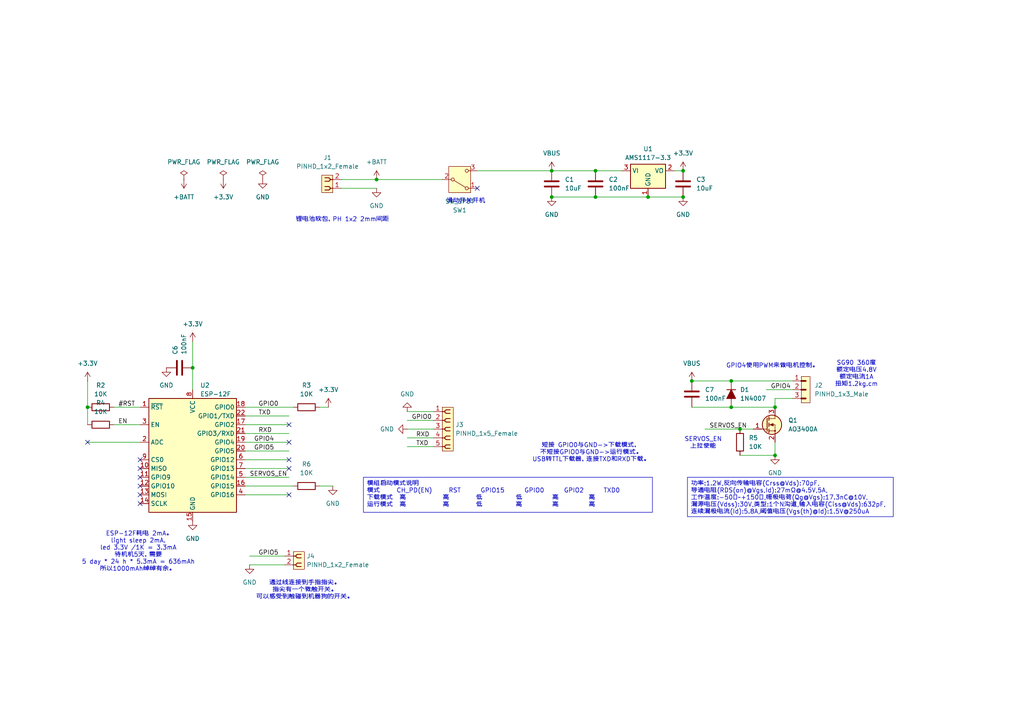
<source format=kicad_sch>
(kicad_sch
	(version 20231120)
	(generator "eeschema")
	(generator_version "8.0")
	(uuid "6568e1f8-e878-4487-a4c9-8d24f1132011")
	(paper "A4")
	(lib_symbols
		(symbol "PCM_Capacitor_US_AKL:C_0805"
			(pin_numbers hide)
			(pin_names
				(offset 0.254)
			)
			(exclude_from_sim no)
			(in_bom yes)
			(on_board yes)
			(property "Reference" "C"
				(at 0.635 2.54 0)
				(effects
					(font
						(size 1.27 1.27)
					)
					(justify left)
				)
			)
			(property "Value" "C_0805"
				(at 0.635 -2.54 0)
				(effects
					(font
						(size 1.27 1.27)
					)
					(justify left)
				)
			)
			(property "Footprint" "PCM_Capacitor_SMD_AKL:C_0805_2012Metric"
				(at 0.9652 -3.81 0)
				(effects
					(font
						(size 1.27 1.27)
					)
					(hide yes)
				)
			)
			(property "Datasheet" "~"
				(at 0 0 0)
				(effects
					(font
						(size 1.27 1.27)
					)
					(hide yes)
				)
			)
			(property "Description" "SMD 0805 MLCC capacitor, Alternate KiCad Library"
				(at 0 0 0)
				(effects
					(font
						(size 1.27 1.27)
					)
					(hide yes)
				)
			)
			(property "ki_keywords" "cap capacitor ceramic chip mlcc smd 0805"
				(at 0 0 0)
				(effects
					(font
						(size 1.27 1.27)
					)
					(hide yes)
				)
			)
			(property "ki_fp_filters" "C_*"
				(at 0 0 0)
				(effects
					(font
						(size 1.27 1.27)
					)
					(hide yes)
				)
			)
			(symbol "C_0805_0_1"
				(polyline
					(pts
						(xy -2.032 -0.762) (xy 2.032 -0.762)
					)
					(stroke
						(width 0.508)
						(type default)
					)
					(fill
						(type none)
					)
				)
				(polyline
					(pts
						(xy -2.032 0.762) (xy 2.032 0.762)
					)
					(stroke
						(width 0.508)
						(type default)
					)
					(fill
						(type none)
					)
				)
			)
			(symbol "C_0805_0_2"
				(polyline
					(pts
						(xy -2.54 -2.54) (xy -0.381 -0.381)
					)
					(stroke
						(width 0)
						(type default)
					)
					(fill
						(type none)
					)
				)
				(polyline
					(pts
						(xy -0.508 -0.508) (xy -1.651 0.635)
					)
					(stroke
						(width 0.508)
						(type default)
					)
					(fill
						(type none)
					)
				)
				(polyline
					(pts
						(xy -0.508 -0.508) (xy 0.635 -1.651)
					)
					(stroke
						(width 0.508)
						(type default)
					)
					(fill
						(type none)
					)
				)
				(polyline
					(pts
						(xy 0.381 0.381) (xy 2.54 2.54)
					)
					(stroke
						(width 0)
						(type default)
					)
					(fill
						(type none)
					)
				)
				(polyline
					(pts
						(xy 0.508 0.508) (xy -0.635 1.651)
					)
					(stroke
						(width 0.508)
						(type default)
					)
					(fill
						(type none)
					)
				)
				(polyline
					(pts
						(xy 0.508 0.508) (xy 1.651 -0.635)
					)
					(stroke
						(width 0.508)
						(type default)
					)
					(fill
						(type none)
					)
				)
			)
			(symbol "C_0805_1_1"
				(pin passive line
					(at 0 3.81 270)
					(length 2.794)
					(name "~"
						(effects
							(font
								(size 1.27 1.27)
							)
						)
					)
					(number "1"
						(effects
							(font
								(size 1.27 1.27)
							)
						)
					)
				)
				(pin passive line
					(at 0 -3.81 90)
					(length 2.794)
					(name "~"
						(effects
							(font
								(size 1.27 1.27)
							)
						)
					)
					(number "2"
						(effects
							(font
								(size 1.27 1.27)
							)
						)
					)
				)
			)
			(symbol "C_0805_1_2"
				(pin passive line
					(at 2.54 2.54 270)
					(length 0)
					(name "~"
						(effects
							(font
								(size 1.27 1.27)
							)
						)
					)
					(number "1"
						(effects
							(font
								(size 1.27 1.27)
							)
						)
					)
				)
				(pin passive line
					(at -2.54 -2.54 90)
					(length 0)
					(name "~"
						(effects
							(font
								(size 1.27 1.27)
							)
						)
					)
					(number "2"
						(effects
							(font
								(size 1.27 1.27)
							)
						)
					)
				)
			)
		)
		(symbol "PCM_Diode_AKL:1N4007"
			(pin_numbers hide)
			(pin_names
				(offset 1.016) hide)
			(exclude_from_sim no)
			(in_bom yes)
			(on_board yes)
			(property "Reference" "D"
				(at 0 5.08 0)
				(effects
					(font
						(size 1.27 1.27)
					)
				)
			)
			(property "Value" "1N4007"
				(at 0 2.54 0)
				(effects
					(font
						(size 1.27 1.27)
					)
				)
			)
			(property "Footprint" "PCM_Diode_THT_AKL:D_DO-41_SOD81_P3.81mm_Vertical_KathodeUp"
				(at 0 0 0)
				(effects
					(font
						(size 1.27 1.27)
					)
					(hide yes)
				)
			)
			(property "Datasheet" "https://www.tme.eu/Document/5f8ffc5ac30fc86bac97d66040bf5502/1n400x.pdf"
				(at 0 0 0)
				(effects
					(font
						(size 1.27 1.27)
					)
					(hide yes)
				)
			)
			(property "Description" "DO-41 Diode, Rectifier, 1000V, 1A, Alternate KiCad Library"
				(at 0 0 0)
				(effects
					(font
						(size 1.27 1.27)
					)
					(hide yes)
				)
			)
			(property "ki_keywords" "diode 1N4007 DO41"
				(at 0 0 0)
				(effects
					(font
						(size 1.27 1.27)
					)
					(hide yes)
				)
			)
			(property "ki_fp_filters" "TO-???* *_Diode_* *SingleDiode* D_*"
				(at 0 0 0)
				(effects
					(font
						(size 1.27 1.27)
					)
					(hide yes)
				)
			)
			(symbol "1N4007_0_1"
				(polyline
					(pts
						(xy -1.27 0) (xy 1.27 0)
					)
					(stroke
						(width 0)
						(type default)
					)
					(fill
						(type none)
					)
				)
				(polyline
					(pts
						(xy 1.27 1.27) (xy 1.27 -1.27)
					)
					(stroke
						(width 0.254)
						(type default)
					)
					(fill
						(type none)
					)
				)
				(polyline
					(pts
						(xy -1.27 1.27) (xy -1.27 -1.27) (xy 1.27 0) (xy -1.27 1.27)
					)
					(stroke
						(width 0.254)
						(type default)
					)
					(fill
						(type outline)
					)
				)
			)
			(symbol "1N4007_0_2"
				(polyline
					(pts
						(xy -2.54 -2.54) (xy 2.54 2.54)
					)
					(stroke
						(width 0)
						(type default)
					)
					(fill
						(type none)
					)
				)
				(polyline
					(pts
						(xy 0 1.778) (xy 1.778 0)
					)
					(stroke
						(width 0.254)
						(type default)
					)
					(fill
						(type none)
					)
				)
				(polyline
					(pts
						(xy -0.889 -0.889) (xy -1.778 0) (xy 0.889 0.889) (xy 0 -1.778) (xy -0.889 -0.889)
					)
					(stroke
						(width 0.254)
						(type default)
					)
					(fill
						(type outline)
					)
				)
			)
			(symbol "1N4007_1_1"
				(pin passive line
					(at 3.81 0 180)
					(length 2.54)
					(name "K"
						(effects
							(font
								(size 1.27 1.27)
							)
						)
					)
					(number "1"
						(effects
							(font
								(size 1.27 1.27)
							)
						)
					)
				)
				(pin passive line
					(at -3.81 0 0)
					(length 2.54)
					(name "A"
						(effects
							(font
								(size 1.27 1.27)
							)
						)
					)
					(number "2"
						(effects
							(font
								(size 1.27 1.27)
							)
						)
					)
				)
			)
			(symbol "1N4007_1_2"
				(pin passive line
					(at 2.54 2.54 180)
					(length 0)
					(name "K"
						(effects
							(font
								(size 1.27 1.27)
							)
						)
					)
					(number "1"
						(effects
							(font
								(size 1.27 1.27)
							)
						)
					)
				)
				(pin passive line
					(at -2.54 -2.54 0)
					(length 0)
					(name "A"
						(effects
							(font
								(size 1.27 1.27)
							)
						)
					)
					(number "2"
						(effects
							(font
								(size 1.27 1.27)
							)
						)
					)
				)
			)
		)
		(symbol "PCM_Resistor_AKL:R_0805"
			(pin_numbers hide)
			(pin_names
				(offset 0)
			)
			(exclude_from_sim no)
			(in_bom yes)
			(on_board yes)
			(property "Reference" "R"
				(at 2.54 1.27 0)
				(effects
					(font
						(size 1.27 1.27)
					)
					(justify left)
				)
			)
			(property "Value" "R_0805"
				(at 2.54 -1.27 0)
				(effects
					(font
						(size 1.27 1.27)
					)
					(justify left)
				)
			)
			(property "Footprint" "PCM_Resistor_SMD_AKL:R_0805_2012Metric"
				(at 0 -11.43 0)
				(effects
					(font
						(size 1.27 1.27)
					)
					(hide yes)
				)
			)
			(property "Datasheet" "~"
				(at 0 0 0)
				(effects
					(font
						(size 1.27 1.27)
					)
					(hide yes)
				)
			)
			(property "Description" "SMD 0805 Chip Resistor, European Symbol, Alternate KiCad Library"
				(at 0 0 0)
				(effects
					(font
						(size 1.27 1.27)
					)
					(hide yes)
				)
			)
			(property "ki_keywords" "R res resistor eu  smd 0805"
				(at 0 0 0)
				(effects
					(font
						(size 1.27 1.27)
					)
					(hide yes)
				)
			)
			(property "ki_fp_filters" "R_*"
				(at 0 0 0)
				(effects
					(font
						(size 1.27 1.27)
					)
					(hide yes)
				)
			)
			(symbol "R_0805_0_1"
				(rectangle
					(start -1.016 2.54)
					(end 1.016 -2.54)
					(stroke
						(width 0.254)
						(type default)
					)
					(fill
						(type none)
					)
				)
			)
			(symbol "R_0805_0_2"
				(polyline
					(pts
						(xy -2.54 -2.54) (xy -1.524 -1.524)
					)
					(stroke
						(width 0)
						(type default)
					)
					(fill
						(type none)
					)
				)
				(polyline
					(pts
						(xy 1.524 1.524) (xy 2.54 2.54)
					)
					(stroke
						(width 0)
						(type default)
					)
					(fill
						(type none)
					)
				)
				(polyline
					(pts
						(xy 1.524 1.524) (xy 0.889 2.159) (xy -2.159 -0.889) (xy -0.889 -2.159) (xy 2.159 0.889) (xy 1.524 1.524)
					)
					(stroke
						(width 0.254)
						(type default)
					)
					(fill
						(type none)
					)
				)
			)
			(symbol "R_0805_1_1"
				(pin passive line
					(at 0 3.81 270)
					(length 1.27)
					(name "~"
						(effects
							(font
								(size 1.27 1.27)
							)
						)
					)
					(number "1"
						(effects
							(font
								(size 1.27 1.27)
							)
						)
					)
				)
				(pin passive line
					(at 0 -3.81 90)
					(length 1.27)
					(name "~"
						(effects
							(font
								(size 1.27 1.27)
							)
						)
					)
					(number "2"
						(effects
							(font
								(size 1.27 1.27)
							)
						)
					)
				)
			)
			(symbol "R_0805_1_2"
				(pin passive line
					(at 2.54 2.54 180)
					(length 0)
					(name ""
						(effects
							(font
								(size 1.27 1.27)
							)
						)
					)
					(number "1"
						(effects
							(font
								(size 1.27 1.27)
							)
						)
					)
				)
				(pin passive line
					(at -2.54 -2.54 0)
					(length 0)
					(name ""
						(effects
							(font
								(size 1.27 1.27)
							)
						)
					)
					(number "2"
						(effects
							(font
								(size 1.27 1.27)
							)
						)
					)
				)
			)
		)
		(symbol "PCM_SL_Pin_Headers:PINHD_1x2_Female"
			(exclude_from_sim no)
			(in_bom yes)
			(on_board yes)
			(property "Reference" "J"
				(at 0 7.62 0)
				(effects
					(font
						(size 1.27 1.27)
					)
				)
			)
			(property "Value" "PINHD_1x2_Female"
				(at 0 5.08 0)
				(effects
					(font
						(size 1.27 1.27)
					)
				)
			)
			(property "Footprint" "Connector_PinSocket_2.54mm:PinSocket_1x02_P2.54mm_Vertical"
				(at 2.54 10.16 0)
				(effects
					(font
						(size 1.27 1.27)
					)
					(hide yes)
				)
			)
			(property "Datasheet" ""
				(at 0 7.62 0)
				(effects
					(font
						(size 1.27 1.27)
					)
					(hide yes)
				)
			)
			(property "Description" "Pin Header female with pin space 2.54mm. Pin Count -2"
				(at 0 0 0)
				(effects
					(font
						(size 1.27 1.27)
					)
					(hide yes)
				)
			)
			(property "ki_keywords" "Pin Header"
				(at 0 0 0)
				(effects
					(font
						(size 1.27 1.27)
					)
					(hide yes)
				)
			)
			(property "ki_fp_filters" "PinSocket_1x02_P2.54mm*"
				(at 0 0 0)
				(effects
					(font
						(size 1.27 1.27)
					)
					(hide yes)
				)
			)
			(symbol "PINHD_1x2_Female_0_1"
				(rectangle
					(start -1.27 2.54)
					(end 1.905 -2.54)
					(stroke
						(width 0)
						(type default)
					)
					(fill
						(type background)
					)
				)
				(arc
					(start -0.508 -1.27)
					(mid -0.3592 -1.6292)
					(end 0 -1.778)
					(stroke
						(width 0.25)
						(type default)
					)
					(fill
						(type none)
					)
				)
				(arc
					(start -0.508 1.27)
					(mid -0.3592 0.9108)
					(end 0 0.762)
					(stroke
						(width 0.25)
						(type default)
					)
					(fill
						(type none)
					)
				)
				(arc
					(start 0 -0.762)
					(mid -0.3592 -0.9108)
					(end -0.508 -1.27)
					(stroke
						(width 0.25)
						(type default)
					)
					(fill
						(type none)
					)
				)
				(polyline
					(pts
						(xy -1.27 -1.27) (xy -0.508 -1.27)
					)
					(stroke
						(width 0.25)
						(type default)
					)
					(fill
						(type none)
					)
				)
				(polyline
					(pts
						(xy -1.27 1.27) (xy -0.508 1.27)
					)
					(stroke
						(width 0.25)
						(type default)
					)
					(fill
						(type none)
					)
				)
				(polyline
					(pts
						(xy 0 -1.778) (xy 1.016 -1.778)
					)
					(stroke
						(width 0.25)
						(type default)
					)
					(fill
						(type none)
					)
				)
				(polyline
					(pts
						(xy 0 -0.762) (xy 1.016 -0.762)
					)
					(stroke
						(width 0.25)
						(type default)
					)
					(fill
						(type none)
					)
				)
				(polyline
					(pts
						(xy 0 0.762) (xy 1.016 0.762)
					)
					(stroke
						(width 0.25)
						(type default)
					)
					(fill
						(type none)
					)
				)
				(polyline
					(pts
						(xy 0 1.778) (xy 1.016 1.778)
					)
					(stroke
						(width 0.25)
						(type default)
					)
					(fill
						(type none)
					)
				)
				(arc
					(start 0 1.778)
					(mid -0.3592 1.6292)
					(end -0.508 1.27)
					(stroke
						(width 0.25)
						(type default)
					)
					(fill
						(type none)
					)
				)
			)
			(symbol "PINHD_1x2_Female_1_1"
				(pin passive line
					(at -3.81 1.27 0)
					(length 2.54)
					(name ""
						(effects
							(font
								(size 1.27 1.27)
							)
						)
					)
					(number "1"
						(effects
							(font
								(size 1.27 1.27)
							)
						)
					)
				)
				(pin passive line
					(at -3.81 -1.27 0)
					(length 2.54)
					(name ""
						(effects
							(font
								(size 1.27 1.27)
							)
						)
					)
					(number "2"
						(effects
							(font
								(size 1.27 1.27)
							)
						)
					)
				)
			)
		)
		(symbol "PCM_SL_Pin_Headers:PINHD_1x3_Male"
			(exclude_from_sim no)
			(in_bom yes)
			(on_board yes)
			(property "Reference" "J"
				(at 0 7.62 0)
				(effects
					(font
						(size 1.27 1.27)
					)
				)
			)
			(property "Value" "PINHD_1x3_Male"
				(at 0 5.08 0)
				(effects
					(font
						(size 1.27 1.27)
					)
				)
			)
			(property "Footprint" "Connector_PinHeader_2.54mm:PinHeader_1x03_P2.54mm_Vertical"
				(at 1.27 -5.08 0)
				(effects
					(font
						(size 1.27 1.27)
					)
					(hide yes)
				)
			)
			(property "Datasheet" ""
				(at 0 8.89 0)
				(effects
					(font
						(size 1.27 1.27)
					)
					(hide yes)
				)
			)
			(property "Description" "Pin Header male with pin space 2.54mm. Pin Count -3"
				(at 0 0 0)
				(effects
					(font
						(size 1.27 1.27)
					)
					(hide yes)
				)
			)
			(property "ki_keywords" "Pin Header"
				(at 0 0 0)
				(effects
					(font
						(size 1.27 1.27)
					)
					(hide yes)
				)
			)
			(property "ki_fp_filters" "PinHeader_1x03_P2.54mm*"
				(at 0 0 0)
				(effects
					(font
						(size 1.27 1.27)
					)
					(hide yes)
				)
			)
			(symbol "PINHD_1x3_Male_0_1"
				(rectangle
					(start -1.27 3.81)
					(end 1.27 -3.81)
					(stroke
						(width 0)
						(type default)
					)
					(fill
						(type background)
					)
				)
				(polyline
					(pts
						(xy -1.27 -2.54) (xy 0 -2.54)
					)
					(stroke
						(width 0.3)
						(type default)
					)
					(fill
						(type none)
					)
				)
				(polyline
					(pts
						(xy -1.27 -2.54) (xy 0 -2.54)
					)
					(stroke
						(width 0.5)
						(type default)
					)
					(fill
						(type none)
					)
				)
				(polyline
					(pts
						(xy -1.27 0) (xy 0 0)
					)
					(stroke
						(width 0.3)
						(type default)
					)
					(fill
						(type none)
					)
				)
				(polyline
					(pts
						(xy -1.27 0) (xy 0 0)
					)
					(stroke
						(width 0.5)
						(type default)
					)
					(fill
						(type none)
					)
				)
				(polyline
					(pts
						(xy -1.27 2.54) (xy 0 2.54)
					)
					(stroke
						(width 0.3)
						(type default)
					)
					(fill
						(type none)
					)
				)
				(polyline
					(pts
						(xy -1.27 2.54) (xy 0 2.54)
					)
					(stroke
						(width 0.5)
						(type default)
					)
					(fill
						(type none)
					)
				)
			)
			(symbol "PINHD_1x3_Male_1_1"
				(pin passive line
					(at -3.81 2.54 0)
					(length 2.54)
					(name ""
						(effects
							(font
								(size 1.27 1.27)
							)
						)
					)
					(number "1"
						(effects
							(font
								(size 1.27 1.27)
							)
						)
					)
				)
				(pin passive line
					(at -3.81 0 0)
					(length 2.54)
					(name ""
						(effects
							(font
								(size 1.27 1.27)
							)
						)
					)
					(number "2"
						(effects
							(font
								(size 1.27 1.27)
							)
						)
					)
				)
				(pin passive line
					(at -3.81 -2.54 0)
					(length 2.54)
					(name ""
						(effects
							(font
								(size 1.27 1.27)
							)
						)
					)
					(number "3"
						(effects
							(font
								(size 1.27 1.27)
							)
						)
					)
				)
			)
		)
		(symbol "PCM_SL_Pin_Headers:PINHD_1x5_Female"
			(exclude_from_sim no)
			(in_bom yes)
			(on_board yes)
			(property "Reference" "J"
				(at 0 11.43 0)
				(effects
					(font
						(size 1.27 1.27)
					)
				)
			)
			(property "Value" "PINHD_1x5_Female"
				(at 0 8.89 0)
				(effects
					(font
						(size 1.27 1.27)
					)
				)
			)
			(property "Footprint" "Connector_PinSocket_2.54mm:PinSocket_1x05_P2.54mm_Vertical"
				(at 2.54 13.97 0)
				(effects
					(font
						(size 1.27 1.27)
					)
					(hide yes)
				)
			)
			(property "Datasheet" ""
				(at 0 11.43 0)
				(effects
					(font
						(size 1.27 1.27)
					)
					(hide yes)
				)
			)
			(property "Description" "Pin Header female with pin space 2.54mm. Pin Count -5"
				(at 0 0 0)
				(effects
					(font
						(size 1.27 1.27)
					)
					(hide yes)
				)
			)
			(property "ki_keywords" "Pin Header"
				(at 0 0 0)
				(effects
					(font
						(size 1.27 1.27)
					)
					(hide yes)
				)
			)
			(property "ki_fp_filters" "PinSocket_1x05_P2.54mm*"
				(at 0 0 0)
				(effects
					(font
						(size 1.27 1.27)
					)
					(hide yes)
				)
			)
			(symbol "PINHD_1x5_Female_0_1"
				(rectangle
					(start -1.27 6.35)
					(end 1.905 -6.35)
					(stroke
						(width 0)
						(type default)
					)
					(fill
						(type background)
					)
				)
				(arc
					(start -0.508 -5.08)
					(mid -0.3592 -5.4392)
					(end 0 -5.588)
					(stroke
						(width 0.25)
						(type default)
					)
					(fill
						(type none)
					)
				)
				(arc
					(start -0.508 -2.54)
					(mid -0.3592 -2.8992)
					(end 0 -3.048)
					(stroke
						(width 0.25)
						(type default)
					)
					(fill
						(type none)
					)
				)
				(arc
					(start -0.508 0)
					(mid -0.3592 -0.3592)
					(end 0 -0.508)
					(stroke
						(width 0.25)
						(type default)
					)
					(fill
						(type none)
					)
				)
				(arc
					(start -0.508 2.54)
					(mid -0.3592 2.1808)
					(end 0 2.032)
					(stroke
						(width 0.25)
						(type default)
					)
					(fill
						(type none)
					)
				)
				(arc
					(start -0.508 5.08)
					(mid -0.3592 4.7208)
					(end 0 4.572)
					(stroke
						(width 0.25)
						(type default)
					)
					(fill
						(type none)
					)
				)
				(arc
					(start 0 -4.572)
					(mid -0.3592 -4.7208)
					(end -0.508 -5.08)
					(stroke
						(width 0.25)
						(type default)
					)
					(fill
						(type none)
					)
				)
				(arc
					(start 0 -2.032)
					(mid -0.3592 -2.1808)
					(end -0.508 -2.54)
					(stroke
						(width 0.25)
						(type default)
					)
					(fill
						(type none)
					)
				)
				(polyline
					(pts
						(xy -1.27 -5.08) (xy -0.508 -5.08)
					)
					(stroke
						(width 0.25)
						(type default)
					)
					(fill
						(type none)
					)
				)
				(polyline
					(pts
						(xy -1.27 -2.54) (xy -0.508 -2.54)
					)
					(stroke
						(width 0.25)
						(type default)
					)
					(fill
						(type none)
					)
				)
				(polyline
					(pts
						(xy -1.27 0) (xy -0.508 0)
					)
					(stroke
						(width 0.25)
						(type default)
					)
					(fill
						(type none)
					)
				)
				(polyline
					(pts
						(xy -1.27 2.54) (xy -0.508 2.54)
					)
					(stroke
						(width 0.25)
						(type default)
					)
					(fill
						(type none)
					)
				)
				(polyline
					(pts
						(xy -1.27 5.08) (xy -0.508 5.08)
					)
					(stroke
						(width 0.25)
						(type default)
					)
					(fill
						(type none)
					)
				)
				(polyline
					(pts
						(xy 0 -5.588) (xy 1.016 -5.588)
					)
					(stroke
						(width 0.25)
						(type default)
					)
					(fill
						(type none)
					)
				)
				(polyline
					(pts
						(xy 0 -4.572) (xy 1.016 -4.572)
					)
					(stroke
						(width 0.25)
						(type default)
					)
					(fill
						(type none)
					)
				)
				(polyline
					(pts
						(xy 0 -3.048) (xy 1.016 -3.048)
					)
					(stroke
						(width 0.25)
						(type default)
					)
					(fill
						(type none)
					)
				)
				(polyline
					(pts
						(xy 0 -2.032) (xy 1.016 -2.032)
					)
					(stroke
						(width 0.25)
						(type default)
					)
					(fill
						(type none)
					)
				)
				(polyline
					(pts
						(xy 0 -0.508) (xy 1.016 -0.508)
					)
					(stroke
						(width 0.25)
						(type default)
					)
					(fill
						(type none)
					)
				)
				(polyline
					(pts
						(xy 0 0.508) (xy 1.016 0.508)
					)
					(stroke
						(width 0.25)
						(type default)
					)
					(fill
						(type none)
					)
				)
				(polyline
					(pts
						(xy 0 2.032) (xy 1.016 2.032)
					)
					(stroke
						(width 0.25)
						(type default)
					)
					(fill
						(type none)
					)
				)
				(polyline
					(pts
						(xy 0 3.048) (xy 1.016 3.048)
					)
					(stroke
						(width 0.25)
						(type default)
					)
					(fill
						(type none)
					)
				)
				(polyline
					(pts
						(xy 0 4.572) (xy 1.016 4.572)
					)
					(stroke
						(width 0.25)
						(type default)
					)
					(fill
						(type none)
					)
				)
				(polyline
					(pts
						(xy 0 5.588) (xy 1.016 5.588)
					)
					(stroke
						(width 0.25)
						(type default)
					)
					(fill
						(type none)
					)
				)
				(arc
					(start 0 0.508)
					(mid -0.3592 0.3592)
					(end -0.508 0)
					(stroke
						(width 0.25)
						(type default)
					)
					(fill
						(type none)
					)
				)
				(arc
					(start 0 3.048)
					(mid -0.3592 2.8992)
					(end -0.508 2.54)
					(stroke
						(width 0.25)
						(type default)
					)
					(fill
						(type none)
					)
				)
				(arc
					(start 0 5.588)
					(mid -0.3592 5.4392)
					(end -0.508 5.08)
					(stroke
						(width 0.25)
						(type default)
					)
					(fill
						(type none)
					)
				)
			)
			(symbol "PINHD_1x5_Female_1_1"
				(pin passive line
					(at -3.81 5.08 0)
					(length 2.54)
					(name ""
						(effects
							(font
								(size 1.27 1.27)
							)
						)
					)
					(number "1"
						(effects
							(font
								(size 1.27 1.27)
							)
						)
					)
				)
				(pin passive line
					(at -3.81 2.54 0)
					(length 2.54)
					(name ""
						(effects
							(font
								(size 1.27 1.27)
							)
						)
					)
					(number "2"
						(effects
							(font
								(size 1.27 1.27)
							)
						)
					)
				)
				(pin passive line
					(at -3.81 0 0)
					(length 2.54)
					(name ""
						(effects
							(font
								(size 1.27 1.27)
							)
						)
					)
					(number "3"
						(effects
							(font
								(size 1.27 1.27)
							)
						)
					)
				)
				(pin passive line
					(at -3.81 -2.54 0)
					(length 2.54)
					(name ""
						(effects
							(font
								(size 1.27 1.27)
							)
						)
					)
					(number "4"
						(effects
							(font
								(size 1.27 1.27)
							)
						)
					)
				)
				(pin passive line
					(at -3.81 -5.08 0)
					(length 2.54)
					(name ""
						(effects
							(font
								(size 1.27 1.27)
							)
						)
					)
					(number "5"
						(effects
							(font
								(size 1.27 1.27)
							)
						)
					)
				)
			)
		)
		(symbol "PCM_Transistor_MOSFET_AKL:AO3400A"
			(pin_names hide)
			(exclude_from_sim no)
			(in_bom yes)
			(on_board yes)
			(property "Reference" "Q"
				(at 5.08 1.27 0)
				(effects
					(font
						(size 1.27 1.27)
					)
					(justify left)
				)
			)
			(property "Value" "AO3400A"
				(at 5.08 -1.27 0)
				(effects
					(font
						(size 1.27 1.27)
					)
					(justify left)
				)
			)
			(property "Footprint" "PCM_Package_TO_SOT_SMD_AKL:SOT-23"
				(at 5.08 2.54 0)
				(effects
					(font
						(size 1.27 1.27)
					)
					(hide yes)
				)
			)
			(property "Datasheet" "https://www.tme.eu/Document/d4ede4a51fd4cb2a092d6e1960f91635/AO3400A.pdf"
				(at 0 0 0)
				(effects
					(font
						(size 1.27 1.27)
					)
					(hide yes)
				)
			)
			(property "Description" "SOT-23 N-MOSFET enchancement mode transistor, 30V, 5.7A, 1.4W, Alternate KiCAD Library"
				(at 0 0 0)
				(effects
					(font
						(size 1.27 1.27)
					)
					(hide yes)
				)
			)
			(property "ki_keywords" "enchancement mosfet nmosfet n-mosfet nmos n-mos emos emosfet AO3400A"
				(at 0 0 0)
				(effects
					(font
						(size 1.27 1.27)
					)
					(hide yes)
				)
			)
			(symbol "AO3400A_0_1"
				(polyline
					(pts
						(xy 0.254 -1.27) (xy -2.54 -1.27)
					)
					(stroke
						(width 0)
						(type default)
					)
					(fill
						(type none)
					)
				)
				(polyline
					(pts
						(xy 0.254 1.905) (xy 0.254 -1.905)
					)
					(stroke
						(width 0.254)
						(type default)
					)
					(fill
						(type none)
					)
				)
				(polyline
					(pts
						(xy 0.762 -1.778) (xy 2.54 -1.778)
					)
					(stroke
						(width 0)
						(type default)
					)
					(fill
						(type none)
					)
				)
				(polyline
					(pts
						(xy 0.762 -1.27) (xy 0.762 -2.286)
					)
					(stroke
						(width 0.254)
						(type default)
					)
					(fill
						(type none)
					)
				)
				(polyline
					(pts
						(xy 0.762 0.508) (xy 0.762 -0.508)
					)
					(stroke
						(width 0.254)
						(type default)
					)
					(fill
						(type none)
					)
				)
				(polyline
					(pts
						(xy 0.762 2.286) (xy 0.762 1.27)
					)
					(stroke
						(width 0.254)
						(type default)
					)
					(fill
						(type none)
					)
				)
				(polyline
					(pts
						(xy 2.54 1.778) (xy 0.762 1.778)
					)
					(stroke
						(width 0)
						(type default)
					)
					(fill
						(type none)
					)
				)
				(polyline
					(pts
						(xy 2.54 2.54) (xy 2.54 1.778)
					)
					(stroke
						(width 0)
						(type default)
					)
					(fill
						(type none)
					)
				)
				(polyline
					(pts
						(xy 2.54 -2.54) (xy 2.54 0) (xy 0.762 0)
					)
					(stroke
						(width 0)
						(type default)
					)
					(fill
						(type none)
					)
				)
				(polyline
					(pts
						(xy 1.016 0) (xy 2.032 0.381) (xy 2.032 -0.381) (xy 1.016 0)
					)
					(stroke
						(width 0)
						(type default)
					)
					(fill
						(type outline)
					)
				)
				(circle
					(center 1.651 0)
					(radius 2.794)
					(stroke
						(width 0.254)
						(type default)
					)
					(fill
						(type background)
					)
				)
				(circle
					(center 2.54 -1.778)
					(radius 0.1778)
					(stroke
						(width 0)
						(type default)
					)
					(fill
						(type outline)
					)
				)
			)
			(symbol "AO3400A_1_1"
				(pin input line
					(at -3.81 -1.27 0)
					(length 2.54)
					(name "G"
						(effects
							(font
								(size 1.27 1.27)
							)
						)
					)
					(number "1"
						(effects
							(font
								(size 1.27 1.27)
							)
						)
					)
				)
				(pin passive line
					(at 2.54 -5.08 90)
					(length 2.54)
					(name "S"
						(effects
							(font
								(size 1.27 1.27)
							)
						)
					)
					(number "2"
						(effects
							(font
								(size 1.27 1.27)
							)
						)
					)
				)
				(pin passive line
					(at 2.54 5.08 270)
					(length 2.54)
					(name "D"
						(effects
							(font
								(size 1.27 1.27)
							)
						)
					)
					(number "3"
						(effects
							(font
								(size 1.27 1.27)
							)
						)
					)
				)
			)
		)
		(symbol "RF_Module:ESP-12F"
			(exclude_from_sim no)
			(in_bom yes)
			(on_board yes)
			(property "Reference" "U"
				(at -12.7 19.05 0)
				(effects
					(font
						(size 1.27 1.27)
					)
					(justify left)
				)
			)
			(property "Value" "ESP-12F"
				(at 12.7 19.05 0)
				(effects
					(font
						(size 1.27 1.27)
					)
					(justify right)
				)
			)
			(property "Footprint" "RF_Module:ESP-12E"
				(at 0 0 0)
				(effects
					(font
						(size 1.27 1.27)
					)
					(hide yes)
				)
			)
			(property "Datasheet" "http://wiki.ai-thinker.com/_media/esp8266/esp8266_series_modules_user_manual_v1.1.pdf"
				(at -8.89 2.54 0)
				(effects
					(font
						(size 1.27 1.27)
					)
					(hide yes)
				)
			)
			(property "Description" "802.11 b/g/n Wi-Fi Module"
				(at 0 0 0)
				(effects
					(font
						(size 1.27 1.27)
					)
					(hide yes)
				)
			)
			(property "ki_keywords" "802.11 Wi-Fi"
				(at 0 0 0)
				(effects
					(font
						(size 1.27 1.27)
					)
					(hide yes)
				)
			)
			(property "ki_fp_filters" "ESP?12*"
				(at 0 0 0)
				(effects
					(font
						(size 1.27 1.27)
					)
					(hide yes)
				)
			)
			(symbol "ESP-12F_0_1"
				(rectangle
					(start -12.7 17.78)
					(end 12.7 -15.24)
					(stroke
						(width 0.254)
						(type default)
					)
					(fill
						(type background)
					)
				)
			)
			(symbol "ESP-12F_1_1"
				(pin input line
					(at -15.24 15.24 0)
					(length 2.54)
					(name "~{RST}"
						(effects
							(font
								(size 1.27 1.27)
							)
						)
					)
					(number "1"
						(effects
							(font
								(size 1.27 1.27)
							)
						)
					)
				)
				(pin bidirectional line
					(at -15.24 -2.54 0)
					(length 2.54)
					(name "MISO"
						(effects
							(font
								(size 1.27 1.27)
							)
						)
					)
					(number "10"
						(effects
							(font
								(size 1.27 1.27)
							)
						)
					)
				)
				(pin bidirectional line
					(at -15.24 -5.08 0)
					(length 2.54)
					(name "GPIO9"
						(effects
							(font
								(size 1.27 1.27)
							)
						)
					)
					(number "11"
						(effects
							(font
								(size 1.27 1.27)
							)
						)
					)
				)
				(pin bidirectional line
					(at -15.24 -7.62 0)
					(length 2.54)
					(name "GPIO10"
						(effects
							(font
								(size 1.27 1.27)
							)
						)
					)
					(number "12"
						(effects
							(font
								(size 1.27 1.27)
							)
						)
					)
				)
				(pin bidirectional line
					(at -15.24 -10.16 0)
					(length 2.54)
					(name "MOSI"
						(effects
							(font
								(size 1.27 1.27)
							)
						)
					)
					(number "13"
						(effects
							(font
								(size 1.27 1.27)
							)
						)
					)
				)
				(pin bidirectional line
					(at -15.24 -12.7 0)
					(length 2.54)
					(name "SCLK"
						(effects
							(font
								(size 1.27 1.27)
							)
						)
					)
					(number "14"
						(effects
							(font
								(size 1.27 1.27)
							)
						)
					)
				)
				(pin power_in line
					(at 0 -17.78 90)
					(length 2.54)
					(name "GND"
						(effects
							(font
								(size 1.27 1.27)
							)
						)
					)
					(number "15"
						(effects
							(font
								(size 1.27 1.27)
							)
						)
					)
				)
				(pin bidirectional line
					(at 15.24 -7.62 180)
					(length 2.54)
					(name "GPIO15"
						(effects
							(font
								(size 1.27 1.27)
							)
						)
					)
					(number "16"
						(effects
							(font
								(size 1.27 1.27)
							)
						)
					)
				)
				(pin bidirectional line
					(at 15.24 10.16 180)
					(length 2.54)
					(name "GPIO2"
						(effects
							(font
								(size 1.27 1.27)
							)
						)
					)
					(number "17"
						(effects
							(font
								(size 1.27 1.27)
							)
						)
					)
				)
				(pin bidirectional line
					(at 15.24 15.24 180)
					(length 2.54)
					(name "GPIO0"
						(effects
							(font
								(size 1.27 1.27)
							)
						)
					)
					(number "18"
						(effects
							(font
								(size 1.27 1.27)
							)
						)
					)
				)
				(pin bidirectional line
					(at 15.24 5.08 180)
					(length 2.54)
					(name "GPIO4"
						(effects
							(font
								(size 1.27 1.27)
							)
						)
					)
					(number "19"
						(effects
							(font
								(size 1.27 1.27)
							)
						)
					)
				)
				(pin input line
					(at -15.24 5.08 0)
					(length 2.54)
					(name "ADC"
						(effects
							(font
								(size 1.27 1.27)
							)
						)
					)
					(number "2"
						(effects
							(font
								(size 1.27 1.27)
							)
						)
					)
				)
				(pin bidirectional line
					(at 15.24 2.54 180)
					(length 2.54)
					(name "GPIO5"
						(effects
							(font
								(size 1.27 1.27)
							)
						)
					)
					(number "20"
						(effects
							(font
								(size 1.27 1.27)
							)
						)
					)
				)
				(pin bidirectional line
					(at 15.24 7.62 180)
					(length 2.54)
					(name "GPIO3/RXD"
						(effects
							(font
								(size 1.27 1.27)
							)
						)
					)
					(number "21"
						(effects
							(font
								(size 1.27 1.27)
							)
						)
					)
				)
				(pin bidirectional line
					(at 15.24 12.7 180)
					(length 2.54)
					(name "GPIO1/TXD"
						(effects
							(font
								(size 1.27 1.27)
							)
						)
					)
					(number "22"
						(effects
							(font
								(size 1.27 1.27)
							)
						)
					)
				)
				(pin input line
					(at -15.24 10.16 0)
					(length 2.54)
					(name "EN"
						(effects
							(font
								(size 1.27 1.27)
							)
						)
					)
					(number "3"
						(effects
							(font
								(size 1.27 1.27)
							)
						)
					)
				)
				(pin bidirectional line
					(at 15.24 -10.16 180)
					(length 2.54)
					(name "GPIO16"
						(effects
							(font
								(size 1.27 1.27)
							)
						)
					)
					(number "4"
						(effects
							(font
								(size 1.27 1.27)
							)
						)
					)
				)
				(pin bidirectional line
					(at 15.24 -5.08 180)
					(length 2.54)
					(name "GPIO14"
						(effects
							(font
								(size 1.27 1.27)
							)
						)
					)
					(number "5"
						(effects
							(font
								(size 1.27 1.27)
							)
						)
					)
				)
				(pin bidirectional line
					(at 15.24 0 180)
					(length 2.54)
					(name "GPIO12"
						(effects
							(font
								(size 1.27 1.27)
							)
						)
					)
					(number "6"
						(effects
							(font
								(size 1.27 1.27)
							)
						)
					)
				)
				(pin bidirectional line
					(at 15.24 -2.54 180)
					(length 2.54)
					(name "GPIO13"
						(effects
							(font
								(size 1.27 1.27)
							)
						)
					)
					(number "7"
						(effects
							(font
								(size 1.27 1.27)
							)
						)
					)
				)
				(pin power_in line
					(at 0 20.32 270)
					(length 2.54)
					(name "VCC"
						(effects
							(font
								(size 1.27 1.27)
							)
						)
					)
					(number "8"
						(effects
							(font
								(size 1.27 1.27)
							)
						)
					)
				)
				(pin input line
					(at -15.24 0 0)
					(length 2.54)
					(name "CS0"
						(effects
							(font
								(size 1.27 1.27)
							)
						)
					)
					(number "9"
						(effects
							(font
								(size 1.27 1.27)
							)
						)
					)
				)
			)
		)
		(symbol "Regulator_Linear:AMS1117-3.3"
			(exclude_from_sim no)
			(in_bom yes)
			(on_board yes)
			(property "Reference" "U"
				(at -3.81 3.175 0)
				(effects
					(font
						(size 1.27 1.27)
					)
				)
			)
			(property "Value" "AMS1117-3.3"
				(at 0 3.175 0)
				(effects
					(font
						(size 1.27 1.27)
					)
					(justify left)
				)
			)
			(property "Footprint" "Package_TO_SOT_SMD:SOT-223-3_TabPin2"
				(at 0 5.08 0)
				(effects
					(font
						(size 1.27 1.27)
					)
					(hide yes)
				)
			)
			(property "Datasheet" "http://www.advanced-monolithic.com/pdf/ds1117.pdf"
				(at 2.54 -6.35 0)
				(effects
					(font
						(size 1.27 1.27)
					)
					(hide yes)
				)
			)
			(property "Description" "1A Low Dropout regulator, positive, 3.3V fixed output, SOT-223"
				(at 0 0 0)
				(effects
					(font
						(size 1.27 1.27)
					)
					(hide yes)
				)
			)
			(property "ki_keywords" "linear regulator ldo fixed positive"
				(at 0 0 0)
				(effects
					(font
						(size 1.27 1.27)
					)
					(hide yes)
				)
			)
			(property "ki_fp_filters" "SOT?223*TabPin2*"
				(at 0 0 0)
				(effects
					(font
						(size 1.27 1.27)
					)
					(hide yes)
				)
			)
			(symbol "AMS1117-3.3_0_1"
				(rectangle
					(start -5.08 -5.08)
					(end 5.08 1.905)
					(stroke
						(width 0.254)
						(type default)
					)
					(fill
						(type background)
					)
				)
			)
			(symbol "AMS1117-3.3_1_1"
				(pin power_in line
					(at 0 -7.62 90)
					(length 2.54)
					(name "GND"
						(effects
							(font
								(size 1.27 1.27)
							)
						)
					)
					(number "1"
						(effects
							(font
								(size 1.27 1.27)
							)
						)
					)
				)
				(pin power_out line
					(at 7.62 0 180)
					(length 2.54)
					(name "VO"
						(effects
							(font
								(size 1.27 1.27)
							)
						)
					)
					(number "2"
						(effects
							(font
								(size 1.27 1.27)
							)
						)
					)
				)
				(pin power_in line
					(at -7.62 0 0)
					(length 2.54)
					(name "VI"
						(effects
							(font
								(size 1.27 1.27)
							)
						)
					)
					(number "3"
						(effects
							(font
								(size 1.27 1.27)
							)
						)
					)
				)
			)
		)
		(symbol "Switch:SW_SPDT"
			(pin_names
				(offset 0) hide)
			(exclude_from_sim no)
			(in_bom yes)
			(on_board yes)
			(property "Reference" "SW"
				(at 0 5.08 0)
				(effects
					(font
						(size 1.27 1.27)
					)
				)
			)
			(property "Value" "SW_SPDT"
				(at 0 -5.08 0)
				(effects
					(font
						(size 1.27 1.27)
					)
				)
			)
			(property "Footprint" ""
				(at 0 0 0)
				(effects
					(font
						(size 1.27 1.27)
					)
					(hide yes)
				)
			)
			(property "Datasheet" "~"
				(at 0 -7.62 0)
				(effects
					(font
						(size 1.27 1.27)
					)
					(hide yes)
				)
			)
			(property "Description" "Switch, single pole double throw"
				(at 0 0 0)
				(effects
					(font
						(size 1.27 1.27)
					)
					(hide yes)
				)
			)
			(property "ki_keywords" "switch single-pole double-throw spdt ON-ON"
				(at 0 0 0)
				(effects
					(font
						(size 1.27 1.27)
					)
					(hide yes)
				)
			)
			(symbol "SW_SPDT_0_1"
				(circle
					(center -2.032 0)
					(radius 0.4572)
					(stroke
						(width 0)
						(type default)
					)
					(fill
						(type none)
					)
				)
				(polyline
					(pts
						(xy -1.651 0.254) (xy 1.651 2.286)
					)
					(stroke
						(width 0)
						(type default)
					)
					(fill
						(type none)
					)
				)
				(circle
					(center 2.032 -2.54)
					(radius 0.4572)
					(stroke
						(width 0)
						(type default)
					)
					(fill
						(type none)
					)
				)
				(circle
					(center 2.032 2.54)
					(radius 0.4572)
					(stroke
						(width 0)
						(type default)
					)
					(fill
						(type none)
					)
				)
			)
			(symbol "SW_SPDT_1_1"
				(rectangle
					(start -3.175 3.81)
					(end 3.175 -3.81)
					(stroke
						(width 0)
						(type default)
					)
					(fill
						(type background)
					)
				)
				(pin passive line
					(at 5.08 2.54 180)
					(length 2.54)
					(name "A"
						(effects
							(font
								(size 1.27 1.27)
							)
						)
					)
					(number "1"
						(effects
							(font
								(size 1.27 1.27)
							)
						)
					)
				)
				(pin passive line
					(at -5.08 0 0)
					(length 2.54)
					(name "B"
						(effects
							(font
								(size 1.27 1.27)
							)
						)
					)
					(number "2"
						(effects
							(font
								(size 1.27 1.27)
							)
						)
					)
				)
				(pin passive line
					(at 5.08 -2.54 180)
					(length 2.54)
					(name "C"
						(effects
							(font
								(size 1.27 1.27)
							)
						)
					)
					(number "3"
						(effects
							(font
								(size 1.27 1.27)
							)
						)
					)
				)
			)
		)
		(symbol "power:+3.3V"
			(power)
			(pin_numbers hide)
			(pin_names
				(offset 0) hide)
			(exclude_from_sim no)
			(in_bom yes)
			(on_board yes)
			(property "Reference" "#PWR"
				(at 0 -3.81 0)
				(effects
					(font
						(size 1.27 1.27)
					)
					(hide yes)
				)
			)
			(property "Value" "+3.3V"
				(at 0 3.556 0)
				(effects
					(font
						(size 1.27 1.27)
					)
				)
			)
			(property "Footprint" ""
				(at 0 0 0)
				(effects
					(font
						(size 1.27 1.27)
					)
					(hide yes)
				)
			)
			(property "Datasheet" ""
				(at 0 0 0)
				(effects
					(font
						(size 1.27 1.27)
					)
					(hide yes)
				)
			)
			(property "Description" "Power symbol creates a global label with name \"+3.3V\""
				(at 0 0 0)
				(effects
					(font
						(size 1.27 1.27)
					)
					(hide yes)
				)
			)
			(property "ki_keywords" "global power"
				(at 0 0 0)
				(effects
					(font
						(size 1.27 1.27)
					)
					(hide yes)
				)
			)
			(symbol "+3.3V_0_1"
				(polyline
					(pts
						(xy -0.762 1.27) (xy 0 2.54)
					)
					(stroke
						(width 0)
						(type default)
					)
					(fill
						(type none)
					)
				)
				(polyline
					(pts
						(xy 0 0) (xy 0 2.54)
					)
					(stroke
						(width 0)
						(type default)
					)
					(fill
						(type none)
					)
				)
				(polyline
					(pts
						(xy 0 2.54) (xy 0.762 1.27)
					)
					(stroke
						(width 0)
						(type default)
					)
					(fill
						(type none)
					)
				)
			)
			(symbol "+3.3V_1_1"
				(pin power_in line
					(at 0 0 90)
					(length 0)
					(name "~"
						(effects
							(font
								(size 1.27 1.27)
							)
						)
					)
					(number "1"
						(effects
							(font
								(size 1.27 1.27)
							)
						)
					)
				)
			)
		)
		(symbol "power:+BATT"
			(power)
			(pin_numbers hide)
			(pin_names
				(offset 0) hide)
			(exclude_from_sim no)
			(in_bom yes)
			(on_board yes)
			(property "Reference" "#PWR"
				(at 0 -3.81 0)
				(effects
					(font
						(size 1.27 1.27)
					)
					(hide yes)
				)
			)
			(property "Value" "+BATT"
				(at 0 3.556 0)
				(effects
					(font
						(size 1.27 1.27)
					)
				)
			)
			(property "Footprint" ""
				(at 0 0 0)
				(effects
					(font
						(size 1.27 1.27)
					)
					(hide yes)
				)
			)
			(property "Datasheet" ""
				(at 0 0 0)
				(effects
					(font
						(size 1.27 1.27)
					)
					(hide yes)
				)
			)
			(property "Description" "Power symbol creates a global label with name \"+BATT\""
				(at 0 0 0)
				(effects
					(font
						(size 1.27 1.27)
					)
					(hide yes)
				)
			)
			(property "ki_keywords" "global power battery"
				(at 0 0 0)
				(effects
					(font
						(size 1.27 1.27)
					)
					(hide yes)
				)
			)
			(symbol "+BATT_0_1"
				(polyline
					(pts
						(xy -0.762 1.27) (xy 0 2.54)
					)
					(stroke
						(width 0)
						(type default)
					)
					(fill
						(type none)
					)
				)
				(polyline
					(pts
						(xy 0 0) (xy 0 2.54)
					)
					(stroke
						(width 0)
						(type default)
					)
					(fill
						(type none)
					)
				)
				(polyline
					(pts
						(xy 0 2.54) (xy 0.762 1.27)
					)
					(stroke
						(width 0)
						(type default)
					)
					(fill
						(type none)
					)
				)
			)
			(symbol "+BATT_1_1"
				(pin power_in line
					(at 0 0 90)
					(length 0)
					(name "~"
						(effects
							(font
								(size 1.27 1.27)
							)
						)
					)
					(number "1"
						(effects
							(font
								(size 1.27 1.27)
							)
						)
					)
				)
			)
		)
		(symbol "power:GND"
			(power)
			(pin_numbers hide)
			(pin_names
				(offset 0) hide)
			(exclude_from_sim no)
			(in_bom yes)
			(on_board yes)
			(property "Reference" "#PWR"
				(at 0 -6.35 0)
				(effects
					(font
						(size 1.27 1.27)
					)
					(hide yes)
				)
			)
			(property "Value" "GND"
				(at 0 -3.81 0)
				(effects
					(font
						(size 1.27 1.27)
					)
				)
			)
			(property "Footprint" ""
				(at 0 0 0)
				(effects
					(font
						(size 1.27 1.27)
					)
					(hide yes)
				)
			)
			(property "Datasheet" ""
				(at 0 0 0)
				(effects
					(font
						(size 1.27 1.27)
					)
					(hide yes)
				)
			)
			(property "Description" "Power symbol creates a global label with name \"GND\" , ground"
				(at 0 0 0)
				(effects
					(font
						(size 1.27 1.27)
					)
					(hide yes)
				)
			)
			(property "ki_keywords" "global power"
				(at 0 0 0)
				(effects
					(font
						(size 1.27 1.27)
					)
					(hide yes)
				)
			)
			(symbol "GND_0_1"
				(polyline
					(pts
						(xy 0 0) (xy 0 -1.27) (xy 1.27 -1.27) (xy 0 -2.54) (xy -1.27 -1.27) (xy 0 -1.27)
					)
					(stroke
						(width 0)
						(type default)
					)
					(fill
						(type none)
					)
				)
			)
			(symbol "GND_1_1"
				(pin power_in line
					(at 0 0 270)
					(length 0)
					(name "~"
						(effects
							(font
								(size 1.27 1.27)
							)
						)
					)
					(number "1"
						(effects
							(font
								(size 1.27 1.27)
							)
						)
					)
				)
			)
		)
		(symbol "power:PWR_FLAG"
			(power)
			(pin_numbers hide)
			(pin_names
				(offset 0) hide)
			(exclude_from_sim no)
			(in_bom yes)
			(on_board yes)
			(property "Reference" "#FLG"
				(at 0 1.905 0)
				(effects
					(font
						(size 1.27 1.27)
					)
					(hide yes)
				)
			)
			(property "Value" "PWR_FLAG"
				(at 0 3.81 0)
				(effects
					(font
						(size 1.27 1.27)
					)
				)
			)
			(property "Footprint" ""
				(at 0 0 0)
				(effects
					(font
						(size 1.27 1.27)
					)
					(hide yes)
				)
			)
			(property "Datasheet" "~"
				(at 0 0 0)
				(effects
					(font
						(size 1.27 1.27)
					)
					(hide yes)
				)
			)
			(property "Description" "Special symbol for telling ERC where power comes from"
				(at 0 0 0)
				(effects
					(font
						(size 1.27 1.27)
					)
					(hide yes)
				)
			)
			(property "ki_keywords" "flag power"
				(at 0 0 0)
				(effects
					(font
						(size 1.27 1.27)
					)
					(hide yes)
				)
			)
			(symbol "PWR_FLAG_0_0"
				(pin power_out line
					(at 0 0 90)
					(length 0)
					(name "~"
						(effects
							(font
								(size 1.27 1.27)
							)
						)
					)
					(number "1"
						(effects
							(font
								(size 1.27 1.27)
							)
						)
					)
				)
			)
			(symbol "PWR_FLAG_0_1"
				(polyline
					(pts
						(xy 0 0) (xy 0 1.27) (xy -1.016 1.905) (xy 0 2.54) (xy 1.016 1.905) (xy 0 1.27)
					)
					(stroke
						(width 0)
						(type default)
					)
					(fill
						(type none)
					)
				)
			)
		)
		(symbol "power:VBUS"
			(power)
			(pin_numbers hide)
			(pin_names
				(offset 0) hide)
			(exclude_from_sim no)
			(in_bom yes)
			(on_board yes)
			(property "Reference" "#PWR"
				(at 0 -3.81 0)
				(effects
					(font
						(size 1.27 1.27)
					)
					(hide yes)
				)
			)
			(property "Value" "VBUS"
				(at 0 3.556 0)
				(effects
					(font
						(size 1.27 1.27)
					)
				)
			)
			(property "Footprint" ""
				(at 0 0 0)
				(effects
					(font
						(size 1.27 1.27)
					)
					(hide yes)
				)
			)
			(property "Datasheet" ""
				(at 0 0 0)
				(effects
					(font
						(size 1.27 1.27)
					)
					(hide yes)
				)
			)
			(property "Description" "Power symbol creates a global label with name \"VBUS\""
				(at 0 0 0)
				(effects
					(font
						(size 1.27 1.27)
					)
					(hide yes)
				)
			)
			(property "ki_keywords" "global power"
				(at 0 0 0)
				(effects
					(font
						(size 1.27 1.27)
					)
					(hide yes)
				)
			)
			(symbol "VBUS_0_1"
				(polyline
					(pts
						(xy -0.762 1.27) (xy 0 2.54)
					)
					(stroke
						(width 0)
						(type default)
					)
					(fill
						(type none)
					)
				)
				(polyline
					(pts
						(xy 0 0) (xy 0 2.54)
					)
					(stroke
						(width 0)
						(type default)
					)
					(fill
						(type none)
					)
				)
				(polyline
					(pts
						(xy 0 2.54) (xy 0.762 1.27)
					)
					(stroke
						(width 0)
						(type default)
					)
					(fill
						(type none)
					)
				)
			)
			(symbol "VBUS_1_1"
				(pin power_in line
					(at 0 0 90)
					(length 0)
					(name "~"
						(effects
							(font
								(size 1.27 1.27)
							)
						)
					)
					(number "1"
						(effects
							(font
								(size 1.27 1.27)
							)
						)
					)
				)
			)
		)
	)
	(junction
		(at 198.12 57.15)
		(diameter 0)
		(color 0 0 0 0)
		(uuid "09424b4e-98d7-4073-9030-2d05d1ff8b13")
	)
	(junction
		(at 224.79 132.08)
		(diameter 0)
		(color 0 0 0 0)
		(uuid "0c697baf-8694-4162-be97-2aa049a6d9e0")
	)
	(junction
		(at 200.66 110.49)
		(diameter 0)
		(color 0 0 0 0)
		(uuid "1b3a428c-8123-409f-bc4e-35590c8194be")
	)
	(junction
		(at 160.02 49.53)
		(diameter 0)
		(color 0 0 0 0)
		(uuid "4ae45d0a-a729-43e7-82ef-4b4a99c82eea")
	)
	(junction
		(at 198.12 49.53)
		(diameter 0)
		(color 0 0 0 0)
		(uuid "4b6cfca6-2584-4d11-a444-69ee6c9a20e8")
	)
	(junction
		(at 212.09 118.11)
		(diameter 0)
		(color 0 0 0 0)
		(uuid "4c7a2692-072f-4716-873e-dc21a5db756d")
	)
	(junction
		(at 187.96 57.15)
		(diameter 0)
		(color 0 0 0 0)
		(uuid "61a15275-ac0c-433f-9002-47375b064f2f")
	)
	(junction
		(at 224.79 118.11)
		(diameter 0)
		(color 0 0 0 0)
		(uuid "61ff2a4e-b8ef-44bf-926c-efaf8341b7a7")
	)
	(junction
		(at 172.72 57.15)
		(diameter 0)
		(color 0 0 0 0)
		(uuid "68637661-f9df-47e2-a8ba-a05978004938")
	)
	(junction
		(at 160.02 57.15)
		(diameter 0)
		(color 0 0 0 0)
		(uuid "9226f0ea-7e2a-41ca-b660-6079ec7ff53e")
	)
	(junction
		(at 172.72 49.53)
		(diameter 0)
		(color 0 0 0 0)
		(uuid "928fb68a-0b3e-490e-9f09-ed69ebd83abf")
	)
	(junction
		(at 109.22 52.07)
		(diameter 0)
		(color 0 0 0 0)
		(uuid "a038db3e-8f32-4efc-ac23-f73c790293f7")
	)
	(junction
		(at 55.88 106.68)
		(diameter 0)
		(color 0 0 0 0)
		(uuid "c3ee7419-cd78-4b72-8f58-c717f689178a")
	)
	(junction
		(at 212.09 110.49)
		(diameter 0)
		(color 0 0 0 0)
		(uuid "e371a557-8b0a-46da-a1e9-c3c97ae3d99f")
	)
	(junction
		(at 25.4 118.11)
		(diameter 0)
		(color 0 0 0 0)
		(uuid "ed29d25a-80af-497d-a705-3b45dfc54c42")
	)
	(junction
		(at 214.63 124.46)
		(diameter 0)
		(color 0 0 0 0)
		(uuid "f6541377-1580-484a-8a5e-701e516a6443")
	)
	(no_connect
		(at 83.82 143.51)
		(uuid "2353cc36-aae5-42b7-9496-bc313fcb4b39")
	)
	(no_connect
		(at 83.82 133.35)
		(uuid "37aef88a-2a9b-486b-868a-58f449a0b094")
	)
	(no_connect
		(at 40.64 133.35)
		(uuid "459d8267-63fa-4c91-8b8e-9ab884f9b353")
	)
	(no_connect
		(at 25.4 128.27)
		(uuid "49e487fd-10da-4515-b38f-9c648decd875")
	)
	(no_connect
		(at 40.64 143.51)
		(uuid "5b1aee50-0bed-4c35-9bca-c4ba1a773057")
	)
	(no_connect
		(at 40.64 140.97)
		(uuid "750372ca-c8a4-4148-acc0-d035fd64cae6")
	)
	(no_connect
		(at 40.64 138.43)
		(uuid "7f04261c-7fbf-4e7e-ae94-6e268b05fe6a")
	)
	(no_connect
		(at 83.82 123.19)
		(uuid "a2f6e7e0-aed0-4eb5-8343-45e3e861373b")
	)
	(no_connect
		(at 83.82 135.89)
		(uuid "aedbf496-6cf0-4f7d-8717-4cd808ad8d64")
	)
	(no_connect
		(at 40.64 135.89)
		(uuid "c12a3eaf-753a-4872-8695-3af4dd97fafc")
	)
	(no_connect
		(at 83.82 128.27)
		(uuid "d5c5f74b-d624-4abf-8421-e109d6d9a963")
	)
	(no_connect
		(at 138.43 54.61)
		(uuid "fcd395b7-07b7-4227-8185-651e565a9b10")
	)
	(no_connect
		(at 40.64 146.05)
		(uuid "ff2d6ddf-bab6-4649-bb91-4f67cd5ed6f0")
	)
	(wire
		(pts
			(xy 109.22 52.07) (xy 128.27 52.07)
		)
		(stroke
			(width 0)
			(type default)
		)
		(uuid "006f48b7-5474-4ce6-8b59-2e39050ca8d4")
	)
	(wire
		(pts
			(xy 222.25 113.03) (xy 229.87 113.03)
		)
		(stroke
			(width 0)
			(type default)
		)
		(uuid "0932e347-8b37-4277-a211-365bcabc09a9")
	)
	(wire
		(pts
			(xy 71.12 118.11) (xy 85.09 118.11)
		)
		(stroke
			(width 0)
			(type default)
		)
		(uuid "09c8f988-976c-4633-a615-e09cc9eeb37a")
	)
	(wire
		(pts
			(xy 118.11 129.54) (xy 125.73 129.54)
		)
		(stroke
			(width 0)
			(type default)
		)
		(uuid "0fa3539e-e9ba-4b75-bb3a-d7c513e4fa10")
	)
	(wire
		(pts
			(xy 160.02 49.53) (xy 172.72 49.53)
		)
		(stroke
			(width 0)
			(type default)
		)
		(uuid "15bff043-d9f0-4823-8923-9cd9f3f9349b")
	)
	(wire
		(pts
			(xy 71.12 135.89) (xy 83.82 135.89)
		)
		(stroke
			(width 0)
			(type default)
		)
		(uuid "1723d583-cc7d-4fb7-99f5-ce4402406044")
	)
	(wire
		(pts
			(xy 118.11 124.46) (xy 125.73 124.46)
		)
		(stroke
			(width 0)
			(type default)
		)
		(uuid "17f41e41-5643-4b5a-893c-e22e90a6d9d5")
	)
	(wire
		(pts
			(xy 118.11 119.38) (xy 125.73 119.38)
		)
		(stroke
			(width 0)
			(type default)
		)
		(uuid "1ab9a253-2788-428d-bc43-673a07fe3e3a")
	)
	(wire
		(pts
			(xy 71.12 123.19) (xy 83.82 123.19)
		)
		(stroke
			(width 0)
			(type default)
		)
		(uuid "1d8dd982-5a88-4c51-86cc-6062276c5387")
	)
	(wire
		(pts
			(xy 204.47 124.46) (xy 214.63 124.46)
		)
		(stroke
			(width 0)
			(type default)
		)
		(uuid "1dde9180-98d3-4539-9313-944186768d8a")
	)
	(wire
		(pts
			(xy 71.12 130.81) (xy 83.82 130.81)
		)
		(stroke
			(width 0)
			(type default)
		)
		(uuid "1f833ede-b828-486a-9a49-33092df1da5e")
	)
	(wire
		(pts
			(xy 71.12 133.35) (xy 83.82 133.35)
		)
		(stroke
			(width 0)
			(type default)
		)
		(uuid "20e1c621-fca5-43a2-830e-ede1ddd5ed91")
	)
	(wire
		(pts
			(xy 33.02 123.19) (xy 40.64 123.19)
		)
		(stroke
			(width 0)
			(type default)
		)
		(uuid "28d44435-80ba-411a-b140-d9150d4e6eed")
	)
	(wire
		(pts
			(xy 25.4 118.11) (xy 25.4 123.19)
		)
		(stroke
			(width 0)
			(type default)
		)
		(uuid "2f436ee4-a06d-41fa-abbe-53cebc0fdf9b")
	)
	(wire
		(pts
			(xy 55.88 106.68) (xy 55.88 113.03)
		)
		(stroke
			(width 0)
			(type default)
		)
		(uuid "3bca20c0-04fb-426a-aba1-970c51ad4b84")
	)
	(wire
		(pts
			(xy 72.39 163.83) (xy 82.55 163.83)
		)
		(stroke
			(width 0)
			(type default)
		)
		(uuid "3e624e50-9b8c-427a-b010-7a94685e76f0")
	)
	(wire
		(pts
			(xy 187.96 57.15) (xy 198.12 57.15)
		)
		(stroke
			(width 0)
			(type default)
		)
		(uuid "40f8d591-6113-400e-bff7-c5ebfec670ba")
	)
	(wire
		(pts
			(xy 214.63 124.46) (xy 218.44 124.46)
		)
		(stroke
			(width 0)
			(type default)
		)
		(uuid "4d0f8073-90b3-4b24-940c-e4afaa14a011")
	)
	(wire
		(pts
			(xy 25.4 128.27) (xy 40.64 128.27)
		)
		(stroke
			(width 0)
			(type default)
		)
		(uuid "54effa31-3b78-48cb-b7fd-d8d6191c18ca")
	)
	(wire
		(pts
			(xy 99.06 52.07) (xy 109.22 52.07)
		)
		(stroke
			(width 0)
			(type default)
		)
		(uuid "5d338ba5-d20a-4d75-ba24-c490b9ab3e6f")
	)
	(wire
		(pts
			(xy 138.43 49.53) (xy 160.02 49.53)
		)
		(stroke
			(width 0)
			(type default)
		)
		(uuid "5e26c8fd-94aa-439a-8c8d-42aadf6585b1")
	)
	(wire
		(pts
			(xy 224.79 132.08) (xy 224.79 128.27)
		)
		(stroke
			(width 0)
			(type default)
		)
		(uuid "5e92e77b-e39a-4f9f-8b9c-f73031248968")
	)
	(wire
		(pts
			(xy 71.12 120.65) (xy 83.82 120.65)
		)
		(stroke
			(width 0)
			(type default)
		)
		(uuid "63c8e242-2114-4535-947f-ff5f681c010d")
	)
	(wire
		(pts
			(xy 92.71 140.97) (xy 96.52 140.97)
		)
		(stroke
			(width 0)
			(type default)
		)
		(uuid "65ef9db6-01c6-44bb-9e04-7d27d24e7d77")
	)
	(wire
		(pts
			(xy 195.58 49.53) (xy 198.12 49.53)
		)
		(stroke
			(width 0)
			(type default)
		)
		(uuid "69bc1138-7064-4cdf-9d15-d41b32980979")
	)
	(wire
		(pts
			(xy 55.88 99.06) (xy 55.88 106.68)
		)
		(stroke
			(width 0)
			(type default)
		)
		(uuid "6f39aa1f-b58c-47a9-b21b-352e6a862391")
	)
	(wire
		(pts
			(xy 224.79 115.57) (xy 229.87 115.57)
		)
		(stroke
			(width 0)
			(type default)
		)
		(uuid "755d85f9-8029-43c6-8cef-703fc4a5750c")
	)
	(wire
		(pts
			(xy 71.12 140.97) (xy 85.09 140.97)
		)
		(stroke
			(width 0)
			(type default)
		)
		(uuid "7a9d3ccf-8c99-4fb8-a790-647f27aed603")
	)
	(wire
		(pts
			(xy 212.09 110.49) (xy 229.87 110.49)
		)
		(stroke
			(width 0)
			(type default)
		)
		(uuid "7b1c45cb-d01d-4bd8-b3a7-3dce141bad55")
	)
	(wire
		(pts
			(xy 71.12 125.73) (xy 83.82 125.73)
		)
		(stroke
			(width 0)
			(type default)
		)
		(uuid "7baef432-5382-4f9f-a302-0e8f5420edeb")
	)
	(wire
		(pts
			(xy 71.12 138.43) (xy 83.82 138.43)
		)
		(stroke
			(width 0)
			(type default)
		)
		(uuid "7d4cb8fd-2699-4748-b8a2-064f28ef93fe")
	)
	(wire
		(pts
			(xy 92.71 118.11) (xy 95.25 118.11)
		)
		(stroke
			(width 0)
			(type default)
		)
		(uuid "7f0c3d54-be96-44d0-a35a-f7dfbc943284")
	)
	(wire
		(pts
			(xy 33.02 118.11) (xy 40.64 118.11)
		)
		(stroke
			(width 0)
			(type default)
		)
		(uuid "80892f7c-79e9-4911-b33b-3eed828416d7")
	)
	(wire
		(pts
			(xy 212.09 118.11) (xy 224.79 118.11)
		)
		(stroke
			(width 0)
			(type default)
		)
		(uuid "8db4f4e8-3863-4767-93e6-32fabd2aeab1")
	)
	(wire
		(pts
			(xy 160.02 57.15) (xy 172.72 57.15)
		)
		(stroke
			(width 0)
			(type default)
		)
		(uuid "8fb4a381-2c6c-4c51-b2f5-c36015966b92")
	)
	(wire
		(pts
			(xy 214.63 132.08) (xy 224.79 132.08)
		)
		(stroke
			(width 0)
			(type default)
		)
		(uuid "92bb333a-3758-4a5f-b262-1a2f741e44d5")
	)
	(wire
		(pts
			(xy 71.12 143.51) (xy 83.82 143.51)
		)
		(stroke
			(width 0)
			(type default)
		)
		(uuid "94789f91-4217-4a18-a6a6-f1dabd72cc52")
	)
	(wire
		(pts
			(xy 71.12 128.27) (xy 83.82 128.27)
		)
		(stroke
			(width 0)
			(type default)
		)
		(uuid "a5e4f20a-5bf5-4380-85fb-a28786bb5570")
	)
	(wire
		(pts
			(xy 25.4 110.49) (xy 25.4 118.11)
		)
		(stroke
			(width 0)
			(type default)
		)
		(uuid "a77e5999-4c91-4c63-9621-6ef0e2bef5f2")
	)
	(wire
		(pts
			(xy 72.39 161.29) (xy 82.55 161.29)
		)
		(stroke
			(width 0)
			(type default)
		)
		(uuid "aad06243-8989-48e9-b28a-536aa8d9fa0a")
	)
	(wire
		(pts
			(xy 200.66 110.49) (xy 212.09 110.49)
		)
		(stroke
			(width 0)
			(type default)
		)
		(uuid "b3685f22-fb8b-47cc-8945-1791564a2e52")
	)
	(wire
		(pts
			(xy 172.72 57.15) (xy 187.96 57.15)
		)
		(stroke
			(width 0)
			(type default)
		)
		(uuid "b3f5b1ab-40d1-4850-9606-82b604352c86")
	)
	(wire
		(pts
			(xy 99.06 54.61) (xy 109.22 54.61)
		)
		(stroke
			(width 0)
			(type default)
		)
		(uuid "c6bfd359-28d9-48a7-8f4f-b3e9c757e531")
	)
	(wire
		(pts
			(xy 118.11 121.92) (xy 125.73 121.92)
		)
		(stroke
			(width 0)
			(type default)
		)
		(uuid "d382eebd-8da8-40e8-b37d-27eb01003793")
	)
	(wire
		(pts
			(xy 172.72 49.53) (xy 180.34 49.53)
		)
		(stroke
			(width 0)
			(type default)
		)
		(uuid "d7d7ec1b-06d2-449c-b8a6-cc9eaad2243e")
	)
	(wire
		(pts
			(xy 118.11 127) (xy 125.73 127)
		)
		(stroke
			(width 0)
			(type default)
		)
		(uuid "eac21925-9a18-43df-9364-9f28951a0448")
	)
	(wire
		(pts
			(xy 200.66 118.11) (xy 212.09 118.11)
		)
		(stroke
			(width 0)
			(type default)
		)
		(uuid "f1408942-0857-45b5-bc37-8c288b0365a1")
	)
	(wire
		(pts
			(xy 224.79 118.11) (xy 224.79 115.57)
		)
		(stroke
			(width 0)
			(type default)
		)
		(uuid "f9e57f28-409a-4cd5-ab11-bc6f00a8760b")
	)
	(text_box "模组启动模式说明\n模式     CH_PD(EN)     RST      GPIO15      GPIO0      GPIO2      TXD0\n下载模式  高           高        低          低         高         高    \n运行模式  高           高        低          高         高         高     "
		(exclude_from_sim no)
		(at 105.41 138.43 0)
		(size 83.82 10.16)
		(stroke
			(width 0)
			(type default)
		)
		(fill
			(type none)
		)
		(effects
			(font
				(size 1.27 1.27)
			)
			(justify left top)
		)
		(uuid "5bcf6742-d597-4420-bdef-167e8b71ee3b")
	)
	(text_box "功率:1.2W,反向传输电容(Crss@Vds):70pF,\n导通电阻(RDS(on)@Vgs,Id):27mΩ@4.5V,5A,\n工作温度:-50℃~+150℃,栅极电荷(Qg@Vgs):17.3nC@10V,\n漏源电压(Vdss):30V,类型:1个N沟道,输入电容(Ciss@Vds):632pF,\n连续漏极电流(Id):5.8A,阈值电压(Vgs(th)@Id):1.5V@250uA"
		(exclude_from_sim no)
		(at 199.39 138.43 0)
		(size 59.69 11.43)
		(stroke
			(width 0)
			(type default)
		)
		(fill
			(type none)
		)
		(effects
			(font
				(size 1.27 1.27)
			)
			(justify left top)
		)
		(uuid "c7577adc-332f-4f47-8ea4-6bce0d161c78")
	)
	(text "通过线连接到手指指尖。\n指尖有一个微触开关。\n可以感受到触碰到机器狗的开关。"
		(exclude_from_sim no)
		(at 88.138 171.196 0)
		(effects
			(font
				(size 1.27 1.27)
			)
		)
		(uuid "02857cb9-063f-423b-8adc-a13c248f751a")
	)
	(text "短接 GPIO0与GND->下载模式，\n不短接GPIO0与GND->运行模式。\nUSB转TTL下载器，连接TXD和RXD下载。"
		(exclude_from_sim no)
		(at 171.196 131.318 0)
		(effects
			(font
				(size 1.27 1.27)
			)
		)
		(uuid "1e975a1f-e852-4a97-89c1-b2cac878eb27")
	)
	(text "GPIO4使用PWM来做电机控制。"
		(exclude_from_sim no)
		(at 223.774 106.172 0)
		(effects
			(font
				(size 1.27 1.27)
			)
		)
		(uuid "23a4996a-24a8-4134-8150-75b54a21e5b9")
	)
	(text "SERVOS_EN\n上拉使能"
		(exclude_from_sim no)
		(at 203.962 128.524 0)
		(effects
			(font
				(size 1.27 1.27)
			)
		)
		(uuid "55ef8871-cd98-4382-930b-b802a7797c6d")
	)
	(text "锂电池软包，PH 1x2 2mm间距\n"
		(exclude_from_sim no)
		(at 99.314 63.754 0)
		(effects
			(font
				(size 1.27 1.27)
			)
		)
		(uuid "562e9caa-3d93-487c-a0ed-289d6e3f113f")
	)
	(text "滑动开关开机"
		(exclude_from_sim no)
		(at 135.128 58.42 0)
		(effects
			(font
				(size 1.27 1.27)
			)
		)
		(uuid "935114bc-a258-4023-98ab-f6a493ad81a1")
	)
	(text "ESP-12F耗电 2mA。\nlight sleep 2mA.\nled 3.3V /1K = 3.3mA\n待机机5天，需要\n5 day * 24 h * 5.3mA = 636mAh\n所以1000mAh绰绰有余。 \n"
		(exclude_from_sim no)
		(at 40.132 160.02 0)
		(effects
			(font
				(size 1.27 1.27)
			)
		)
		(uuid "d44c291f-22d2-4de4-ac24-f23a0212112e")
	)
	(text "SG90 360度\n额定电压4.8V\n额定电流1A\n扭矩1.2kg.cm"
		(exclude_from_sim no)
		(at 248.412 108.458 0)
		(effects
			(font
				(size 1.27 1.27)
			)
		)
		(uuid "e570f48f-4812-4f12-826d-a27aacdec818")
	)
	(label "RXD"
		(at 120.65 127 0)
		(fields_autoplaced yes)
		(effects
			(font
				(size 1.27 1.27)
			)
			(justify left bottom)
		)
		(uuid "178f6eb4-9187-4026-a0f8-af7719aaf22e")
	)
	(label "SERVOS_EN"
		(at 72.39 138.43 0)
		(fields_autoplaced yes)
		(effects
			(font
				(size 1.27 1.27)
			)
			(justify left bottom)
		)
		(uuid "1b07091f-9547-4a3d-beee-e19b96cd4196")
	)
	(label "GPIO5"
		(at 74.93 161.29 0)
		(fields_autoplaced yes)
		(effects
			(font
				(size 1.27 1.27)
			)
			(justify left bottom)
		)
		(uuid "2cda02dc-b59a-4485-8d6b-f452c04a862a")
	)
	(label "RXD"
		(at 74.93 125.73 0)
		(fields_autoplaced yes)
		(effects
			(font
				(size 1.27 1.27)
			)
			(justify left bottom)
		)
		(uuid "2f6e9d58-cad9-4261-9431-1b14114ce019")
	)
	(label "GPIO0"
		(at 119.38 121.92 0)
		(fields_autoplaced yes)
		(effects
			(font
				(size 1.27 1.27)
			)
			(justify left bottom)
		)
		(uuid "31aeb7e0-0aa8-4ceb-b5fe-f76b4b5b8d76")
	)
	(label "GPIO5"
		(at 73.66 130.81 0)
		(fields_autoplaced yes)
		(effects
			(font
				(size 1.27 1.27)
			)
			(justify left bottom)
		)
		(uuid "80b5c9e8-de33-4a2d-90f9-eba7a7f306ea")
	)
	(label "TXD"
		(at 74.93 120.65 0)
		(fields_autoplaced yes)
		(effects
			(font
				(size 1.27 1.27)
			)
			(justify left bottom)
		)
		(uuid "91a9f13a-5889-42ee-b085-21f3f9cab01e")
	)
	(label "GPIO0"
		(at 74.93 118.11 0)
		(fields_autoplaced yes)
		(effects
			(font
				(size 1.27 1.27)
			)
			(justify left bottom)
		)
		(uuid "b5465aaf-b4a2-4c8a-ad83-438ac9d56223")
	)
	(label "TXD"
		(at 120.65 129.54 0)
		(fields_autoplaced yes)
		(effects
			(font
				(size 1.27 1.27)
			)
			(justify left bottom)
		)
		(uuid "b6698bbe-06f7-4dcf-9664-58574eeb016e")
	)
	(label "GPIO4"
		(at 73.66 128.27 0)
		(fields_autoplaced yes)
		(effects
			(font
				(size 1.27 1.27)
			)
			(justify left bottom)
		)
		(uuid "ce53814f-890a-4fdc-b0e4-166a3460ae34")
	)
	(label "#RST"
		(at 34.29 118.11 0)
		(fields_autoplaced yes)
		(effects
			(font
				(size 1.27 1.27)
			)
			(justify left bottom)
		)
		(uuid "edca3382-11d3-4324-8b0c-6962bb4f55e0")
	)
	(label "SERVOS_EN"
		(at 205.74 124.46 0)
		(fields_autoplaced yes)
		(effects
			(font
				(size 1.27 1.27)
			)
			(justify left bottom)
		)
		(uuid "f2bc864b-8768-40bb-a023-a78562bd4edb")
	)
	(label "EN"
		(at 34.29 123.19 0)
		(fields_autoplaced yes)
		(effects
			(font
				(size 1.27 1.27)
			)
			(justify left bottom)
		)
		(uuid "f73a0d38-8b3d-4050-9a15-aea0839fe640")
	)
	(label "GPIO4"
		(at 223.52 113.03 0)
		(fields_autoplaced yes)
		(effects
			(font
				(size 1.27 1.27)
			)
			(justify left bottom)
		)
		(uuid "f82fd2d0-22f6-46b1-802f-c596b818e6d0")
	)
	(symbol
		(lib_id "power:PWR_FLAG")
		(at 53.34 52.07 0)
		(unit 1)
		(exclude_from_sim no)
		(in_bom yes)
		(on_board yes)
		(dnp no)
		(fields_autoplaced yes)
		(uuid "0e01c14e-45c8-48c8-9cb8-0a8ab99f67ec")
		(property "Reference" "#FLG01"
			(at 53.34 50.165 0)
			(effects
				(font
					(size 1.27 1.27)
				)
				(hide yes)
			)
		)
		(property "Value" "PWR_FLAG"
			(at 53.34 46.99 0)
			(effects
				(font
					(size 1.27 1.27)
				)
			)
		)
		(property "Footprint" ""
			(at 53.34 52.07 0)
			(effects
				(font
					(size 1.27 1.27)
				)
				(hide yes)
			)
		)
		(property "Datasheet" "~"
			(at 53.34 52.07 0)
			(effects
				(font
					(size 1.27 1.27)
				)
				(hide yes)
			)
		)
		(property "Description" "Special symbol for telling ERC where power comes from"
			(at 53.34 52.07 0)
			(effects
				(font
					(size 1.27 1.27)
				)
				(hide yes)
			)
		)
		(pin "1"
			(uuid "67bfeccf-a311-443f-bd65-8a5d5ceb1c9b")
		)
		(instances
			(project "remote_fingers_ESP8266"
				(path "/6568e1f8-e878-4487-a4c9-8d24f1132011"
					(reference "#FLG01")
					(unit 1)
				)
			)
		)
	)
	(symbol
		(lib_id "PCM_Capacitor_US_AKL:C_0805")
		(at 172.72 53.34 180)
		(unit 1)
		(exclude_from_sim no)
		(in_bom yes)
		(on_board yes)
		(dnp no)
		(fields_autoplaced yes)
		(uuid "1ec4b67f-aa62-4b17-8a70-632da75d9dd5")
		(property "Reference" "C2"
			(at 176.53 52.0699 0)
			(effects
				(font
					(size 1.27 1.27)
				)
				(justify right)
			)
		)
		(property "Value" "100nF"
			(at 176.53 54.6099 0)
			(effects
				(font
					(size 1.27 1.27)
				)
				(justify right)
			)
		)
		(property "Footprint" "PCM_Capacitor_SMD_AKL:C_0805_2012Metric"
			(at 171.7548 49.53 0)
			(effects
				(font
					(size 1.27 1.27)
				)
				(hide yes)
			)
		)
		(property "Datasheet" "~"
			(at 172.72 53.34 0)
			(effects
				(font
					(size 1.27 1.27)
				)
				(hide yes)
			)
		)
		(property "Description" "SMD 0805 MLCC capacitor, Alternate KiCad Library"
			(at 172.72 53.34 0)
			(effects
				(font
					(size 1.27 1.27)
				)
				(hide yes)
			)
		)
		(pin "1"
			(uuid "6432ef00-b037-4eed-8870-5b74e20ca30f")
		)
		(pin "2"
			(uuid "8bc8995d-8a66-4ce1-a4b0-a102a67f0895")
		)
		(instances
			(project "remote_fingers_ESP8266"
				(path "/6568e1f8-e878-4487-a4c9-8d24f1132011"
					(reference "C2")
					(unit 1)
				)
			)
		)
	)
	(symbol
		(lib_id "PCM_Resistor_AKL:R_0805")
		(at 29.21 123.19 90)
		(unit 1)
		(exclude_from_sim no)
		(in_bom yes)
		(on_board yes)
		(dnp no)
		(fields_autoplaced yes)
		(uuid "273059bc-85c8-49c2-9837-64f91a8e02bd")
		(property "Reference" "R4"
			(at 29.21 116.84 90)
			(effects
				(font
					(size 1.27 1.27)
				)
			)
		)
		(property "Value" "10K"
			(at 29.21 119.38 90)
			(effects
				(font
					(size 1.27 1.27)
				)
			)
		)
		(property "Footprint" "PCM_Resistor_SMD_AKL:R_0805_2012Metric"
			(at 40.64 123.19 0)
			(effects
				(font
					(size 1.27 1.27)
				)
				(hide yes)
			)
		)
		(property "Datasheet" "~"
			(at 29.21 123.19 0)
			(effects
				(font
					(size 1.27 1.27)
				)
				(hide yes)
			)
		)
		(property "Description" "SMD 0805 Chip Resistor, European Symbol, Alternate KiCad Library"
			(at 29.21 123.19 0)
			(effects
				(font
					(size 1.27 1.27)
				)
				(hide yes)
			)
		)
		(pin "2"
			(uuid "25619c81-3029-412d-8b39-741c4fcf6f7b")
		)
		(pin "1"
			(uuid "b3faf8d6-e0bf-464b-a193-59370a944645")
		)
		(instances
			(project "remote_fingers_ESP8266"
				(path "/6568e1f8-e878-4487-a4c9-8d24f1132011"
					(reference "R4")
					(unit 1)
				)
			)
		)
	)
	(symbol
		(lib_id "power:VBUS")
		(at 160.02 49.53 0)
		(unit 1)
		(exclude_from_sim no)
		(in_bom yes)
		(on_board yes)
		(dnp no)
		(fields_autoplaced yes)
		(uuid "3a939f50-3cfc-4c33-86cc-f6eebb1a5076")
		(property "Reference" "#PWR01"
			(at 160.02 53.34 0)
			(effects
				(font
					(size 1.27 1.27)
				)
				(hide yes)
			)
		)
		(property "Value" "VBUS"
			(at 160.02 44.45 0)
			(effects
				(font
					(size 1.27 1.27)
				)
			)
		)
		(property "Footprint" ""
			(at 160.02 49.53 0)
			(effects
				(font
					(size 1.27 1.27)
				)
				(hide yes)
			)
		)
		(property "Datasheet" ""
			(at 160.02 49.53 0)
			(effects
				(font
					(size 1.27 1.27)
				)
				(hide yes)
			)
		)
		(property "Description" "Power symbol creates a global label with name \"VBUS\""
			(at 160.02 49.53 0)
			(effects
				(font
					(size 1.27 1.27)
				)
				(hide yes)
			)
		)
		(pin "1"
			(uuid "76e5c45d-5a08-486d-88b7-678e9f90aee4")
		)
		(instances
			(project ""
				(path "/6568e1f8-e878-4487-a4c9-8d24f1132011"
					(reference "#PWR01")
					(unit 1)
				)
			)
		)
	)
	(symbol
		(lib_id "power:GND")
		(at 48.26 106.68 0)
		(unit 1)
		(exclude_from_sim no)
		(in_bom yes)
		(on_board yes)
		(dnp no)
		(fields_autoplaced yes)
		(uuid "47c36a76-e336-4f9c-bedc-26360dad311d")
		(property "Reference" "#PWR012"
			(at 48.26 113.03 0)
			(effects
				(font
					(size 1.27 1.27)
				)
				(hide yes)
			)
		)
		(property "Value" "GND"
			(at 48.26 111.76 0)
			(effects
				(font
					(size 1.27 1.27)
				)
			)
		)
		(property "Footprint" ""
			(at 48.26 106.68 0)
			(effects
				(font
					(size 1.27 1.27)
				)
				(hide yes)
			)
		)
		(property "Datasheet" ""
			(at 48.26 106.68 0)
			(effects
				(font
					(size 1.27 1.27)
				)
				(hide yes)
			)
		)
		(property "Description" "Power symbol creates a global label with name \"GND\" , ground"
			(at 48.26 106.68 0)
			(effects
				(font
					(size 1.27 1.27)
				)
				(hide yes)
			)
		)
		(pin "1"
			(uuid "be171e11-6b0f-4ba9-abff-a2e4984cb54f")
		)
		(instances
			(project "remote_fingers_ESP8266"
				(path "/6568e1f8-e878-4487-a4c9-8d24f1132011"
					(reference "#PWR012")
					(unit 1)
				)
			)
		)
	)
	(symbol
		(lib_id "PCM_SL_Pin_Headers:PINHD_1x3_Male")
		(at 233.68 113.03 0)
		(unit 1)
		(exclude_from_sim no)
		(in_bom yes)
		(on_board yes)
		(dnp no)
		(fields_autoplaced yes)
		(uuid "4845ab4b-35aa-42cf-9c45-9682c113eca3")
		(property "Reference" "J2"
			(at 236.22 111.7599 0)
			(effects
				(font
					(size 1.27 1.27)
				)
				(justify left)
			)
		)
		(property "Value" "PINHD_1x3_Male"
			(at 236.22 114.2999 0)
			(effects
				(font
					(size 1.27 1.27)
				)
				(justify left)
			)
		)
		(property "Footprint" "Connector_PinHeader_2.54mm:PinHeader_1x03_P2.54mm_Vertical"
			(at 234.95 118.11 0)
			(effects
				(font
					(size 1.27 1.27)
				)
				(hide yes)
			)
		)
		(property "Datasheet" ""
			(at 233.68 104.14 0)
			(effects
				(font
					(size 1.27 1.27)
				)
				(hide yes)
			)
		)
		(property "Description" "Pin Header male with pin space 2.54mm. Pin Count -3"
			(at 233.68 113.03 0)
			(effects
				(font
					(size 1.27 1.27)
				)
				(hide yes)
			)
		)
		(pin "1"
			(uuid "c3c005de-4f54-4490-9bc0-643d51dd6fa8")
		)
		(pin "3"
			(uuid "b5e37f1e-3817-4576-b0b6-fb8c5fd4c90a")
		)
		(pin "2"
			(uuid "3b488de0-3852-42ee-867d-943bfe33bcd1")
		)
		(instances
			(project ""
				(path "/6568e1f8-e878-4487-a4c9-8d24f1132011"
					(reference "J2")
					(unit 1)
				)
			)
		)
	)
	(symbol
		(lib_id "power:PWR_FLAG")
		(at 64.77 52.07 0)
		(unit 1)
		(exclude_from_sim no)
		(in_bom yes)
		(on_board yes)
		(dnp no)
		(fields_autoplaced yes)
		(uuid "4b71b503-61b1-4b00-844e-97a2af0f0bd6")
		(property "Reference" "#FLG02"
			(at 64.77 50.165 0)
			(effects
				(font
					(size 1.27 1.27)
				)
				(hide yes)
			)
		)
		(property "Value" "PWR_FLAG"
			(at 64.77 46.99 0)
			(effects
				(font
					(size 1.27 1.27)
				)
			)
		)
		(property "Footprint" ""
			(at 64.77 52.07 0)
			(effects
				(font
					(size 1.27 1.27)
				)
				(hide yes)
			)
		)
		(property "Datasheet" "~"
			(at 64.77 52.07 0)
			(effects
				(font
					(size 1.27 1.27)
				)
				(hide yes)
			)
		)
		(property "Description" "Special symbol for telling ERC where power comes from"
			(at 64.77 52.07 0)
			(effects
				(font
					(size 1.27 1.27)
				)
				(hide yes)
			)
		)
		(pin "1"
			(uuid "c67f4a8c-b472-41f4-b899-01ebaa2b4f93")
		)
		(instances
			(project "remote_fingers_ESP8266"
				(path "/6568e1f8-e878-4487-a4c9-8d24f1132011"
					(reference "#FLG02")
					(unit 1)
				)
			)
		)
	)
	(symbol
		(lib_id "power:+3.3V")
		(at 95.25 118.11 0)
		(unit 1)
		(exclude_from_sim no)
		(in_bom yes)
		(on_board yes)
		(dnp no)
		(fields_autoplaced yes)
		(uuid "4c666123-f6f2-4fe7-912e-ff23335f886a")
		(property "Reference" "#PWR015"
			(at 95.25 121.92 0)
			(effects
				(font
					(size 1.27 1.27)
				)
				(hide yes)
			)
		)
		(property "Value" "+3.3V"
			(at 95.25 113.03 0)
			(effects
				(font
					(size 1.27 1.27)
				)
			)
		)
		(property "Footprint" ""
			(at 95.25 118.11 0)
			(effects
				(font
					(size 1.27 1.27)
				)
				(hide yes)
			)
		)
		(property "Datasheet" ""
			(at 95.25 118.11 0)
			(effects
				(font
					(size 1.27 1.27)
				)
				(hide yes)
			)
		)
		(property "Description" "Power symbol creates a global label with name \"+3.3V\""
			(at 95.25 118.11 0)
			(effects
				(font
					(size 1.27 1.27)
				)
				(hide yes)
			)
		)
		(pin "1"
			(uuid "b9fcdea5-baa6-45a8-a11f-9b2ef63a4869")
		)
		(instances
			(project "remote_fingers_ESP8266"
				(path "/6568e1f8-e878-4487-a4c9-8d24f1132011"
					(reference "#PWR015")
					(unit 1)
				)
			)
		)
	)
	(symbol
		(lib_id "power:PWR_FLAG")
		(at 76.2 52.07 0)
		(unit 1)
		(exclude_from_sim no)
		(in_bom yes)
		(on_board yes)
		(dnp no)
		(fields_autoplaced yes)
		(uuid "50426e98-756b-481e-969a-ed2484285484")
		(property "Reference" "#FLG03"
			(at 76.2 50.165 0)
			(effects
				(font
					(size 1.27 1.27)
				)
				(hide yes)
			)
		)
		(property "Value" "PWR_FLAG"
			(at 76.2 46.99 0)
			(effects
				(font
					(size 1.27 1.27)
				)
			)
		)
		(property "Footprint" ""
			(at 76.2 52.07 0)
			(effects
				(font
					(size 1.27 1.27)
				)
				(hide yes)
			)
		)
		(property "Datasheet" "~"
			(at 76.2 52.07 0)
			(effects
				(font
					(size 1.27 1.27)
				)
				(hide yes)
			)
		)
		(property "Description" "Special symbol for telling ERC where power comes from"
			(at 76.2 52.07 0)
			(effects
				(font
					(size 1.27 1.27)
				)
				(hide yes)
			)
		)
		(pin "1"
			(uuid "d2a62e2a-24c3-4805-a935-175827e7e80e")
		)
		(instances
			(project "remote_fingers_ESP8266"
				(path "/6568e1f8-e878-4487-a4c9-8d24f1132011"
					(reference "#FLG03")
					(unit 1)
				)
			)
		)
	)
	(symbol
		(lib_id "PCM_SL_Pin_Headers:PINHD_1x2_Female")
		(at 86.36 162.56 0)
		(unit 1)
		(exclude_from_sim no)
		(in_bom yes)
		(on_board yes)
		(dnp no)
		(fields_autoplaced yes)
		(uuid "554d3a19-44f3-455b-8786-535f8a2db8d0")
		(property "Reference" "J4"
			(at 88.9 161.2899 0)
			(effects
				(font
					(size 1.27 1.27)
				)
				(justify left)
			)
		)
		(property "Value" "PINHD_1x2_Female"
			(at 88.9 163.8299 0)
			(effects
				(font
					(size 1.27 1.27)
				)
				(justify left)
			)
		)
		(property "Footprint" "Connector_PinSocket_2.54mm:PinSocket_1x02_P2.54mm_Vertical"
			(at 88.9 152.4 0)
			(effects
				(font
					(size 1.27 1.27)
				)
				(hide yes)
			)
		)
		(property "Datasheet" ""
			(at 86.36 154.94 0)
			(effects
				(font
					(size 1.27 1.27)
				)
				(hide yes)
			)
		)
		(property "Description" "Pin Header female with pin space 2.54mm. Pin Count -2"
			(at 86.36 162.56 0)
			(effects
				(font
					(size 1.27 1.27)
				)
				(hide yes)
			)
		)
		(pin "2"
			(uuid "cc34b3ea-7bfc-41c8-a0c6-f3d7f8e68e90")
		)
		(pin "1"
			(uuid "db81d586-0806-40af-8e45-873d9be397cb")
		)
		(instances
			(project ""
				(path "/6568e1f8-e878-4487-a4c9-8d24f1132011"
					(reference "J4")
					(unit 1)
				)
			)
		)
	)
	(symbol
		(lib_id "PCM_Capacitor_US_AKL:C_0805")
		(at 160.02 53.34 180)
		(unit 1)
		(exclude_from_sim no)
		(in_bom yes)
		(on_board yes)
		(dnp no)
		(fields_autoplaced yes)
		(uuid "57dc0179-f24f-4c10-97be-420a5a2c7734")
		(property "Reference" "C1"
			(at 163.83 52.0699 0)
			(effects
				(font
					(size 1.27 1.27)
				)
				(justify right)
			)
		)
		(property "Value" "10uF"
			(at 163.83 54.6099 0)
			(effects
				(font
					(size 1.27 1.27)
				)
				(justify right)
			)
		)
		(property "Footprint" "PCM_Capacitor_SMD_AKL:C_0805_2012Metric"
			(at 159.0548 49.53 0)
			(effects
				(font
					(size 1.27 1.27)
				)
				(hide yes)
			)
		)
		(property "Datasheet" "~"
			(at 160.02 53.34 0)
			(effects
				(font
					(size 1.27 1.27)
				)
				(hide yes)
			)
		)
		(property "Description" "SMD 0805 MLCC capacitor, Alternate KiCad Library"
			(at 160.02 53.34 0)
			(effects
				(font
					(size 1.27 1.27)
				)
				(hide yes)
			)
		)
		(pin "1"
			(uuid "680ce46a-c28b-4f4e-b0e6-8e4ddaa43e3c")
		)
		(pin "2"
			(uuid "a9f6c7c7-58bc-4bc9-a9c7-f3bd9273f553")
		)
		(instances
			(project "remote_fingers_ESP8266"
				(path "/6568e1f8-e878-4487-a4c9-8d24f1132011"
					(reference "C1")
					(unit 1)
				)
			)
		)
	)
	(symbol
		(lib_id "power:GND")
		(at 118.11 124.46 270)
		(unit 1)
		(exclude_from_sim no)
		(in_bom yes)
		(on_board yes)
		(dnp no)
		(fields_autoplaced yes)
		(uuid "5cd5c209-bd21-4f71-b9e1-65ab9801156c")
		(property "Reference" "#PWR017"
			(at 111.76 124.46 0)
			(effects
				(font
					(size 1.27 1.27)
				)
				(hide yes)
			)
		)
		(property "Value" "GND"
			(at 114.3 124.4599 90)
			(effects
				(font
					(size 1.27 1.27)
				)
				(justify right)
			)
		)
		(property "Footprint" ""
			(at 118.11 124.46 0)
			(effects
				(font
					(size 1.27 1.27)
				)
				(hide yes)
			)
		)
		(property "Datasheet" ""
			(at 118.11 124.46 0)
			(effects
				(font
					(size 1.27 1.27)
				)
				(hide yes)
			)
		)
		(property "Description" "Power symbol creates a global label with name \"GND\" , ground"
			(at 118.11 124.46 0)
			(effects
				(font
					(size 1.27 1.27)
				)
				(hide yes)
			)
		)
		(pin "1"
			(uuid "0834f7f8-3a0e-4d79-a143-45719f9318ae")
		)
		(instances
			(project "remote_fingers_ESP8266"
				(path "/6568e1f8-e878-4487-a4c9-8d24f1132011"
					(reference "#PWR017")
					(unit 1)
				)
			)
		)
	)
	(symbol
		(lib_id "power:+3.3V")
		(at 64.77 52.07 180)
		(unit 1)
		(exclude_from_sim no)
		(in_bom yes)
		(on_board yes)
		(dnp no)
		(fields_autoplaced yes)
		(uuid "5d93659e-665a-4b1f-820d-9fcfdd36062c")
		(property "Reference" "#PWR04"
			(at 64.77 48.26 0)
			(effects
				(font
					(size 1.27 1.27)
				)
				(hide yes)
			)
		)
		(property "Value" "+3.3V"
			(at 64.77 57.15 0)
			(effects
				(font
					(size 1.27 1.27)
				)
			)
		)
		(property "Footprint" ""
			(at 64.77 52.07 0)
			(effects
				(font
					(size 1.27 1.27)
				)
				(hide yes)
			)
		)
		(property "Datasheet" ""
			(at 64.77 52.07 0)
			(effects
				(font
					(size 1.27 1.27)
				)
				(hide yes)
			)
		)
		(property "Description" "Power symbol creates a global label with name \"+3.3V\""
			(at 64.77 52.07 0)
			(effects
				(font
					(size 1.27 1.27)
				)
				(hide yes)
			)
		)
		(pin "1"
			(uuid "1329119f-308f-4ea3-a813-dbdd446b5cae")
		)
		(instances
			(project "remote_fingers_ESP8266"
				(path "/6568e1f8-e878-4487-a4c9-8d24f1132011"
					(reference "#PWR04")
					(unit 1)
				)
			)
		)
	)
	(symbol
		(lib_id "PCM_Resistor_AKL:R_0805")
		(at 29.21 118.11 90)
		(unit 1)
		(exclude_from_sim no)
		(in_bom yes)
		(on_board yes)
		(dnp no)
		(fields_autoplaced yes)
		(uuid "62bec78f-ed6d-492d-b237-f4ac668519b8")
		(property "Reference" "R2"
			(at 29.21 111.76 90)
			(effects
				(font
					(size 1.27 1.27)
				)
			)
		)
		(property "Value" "10K"
			(at 29.21 114.3 90)
			(effects
				(font
					(size 1.27 1.27)
				)
			)
		)
		(property "Footprint" "PCM_Resistor_SMD_AKL:R_0805_2012Metric"
			(at 40.64 118.11 0)
			(effects
				(font
					(size 1.27 1.27)
				)
				(hide yes)
			)
		)
		(property "Datasheet" "~"
			(at 29.21 118.11 0)
			(effects
				(font
					(size 1.27 1.27)
				)
				(hide yes)
			)
		)
		(property "Description" "SMD 0805 Chip Resistor, European Symbol, Alternate KiCad Library"
			(at 29.21 118.11 0)
			(effects
				(font
					(size 1.27 1.27)
				)
				(hide yes)
			)
		)
		(pin "2"
			(uuid "23258265-b377-480b-8755-fc436cab4b80")
		)
		(pin "1"
			(uuid "c224bf5d-de4c-4ed0-bb60-2e88e861563d")
		)
		(instances
			(project "remote_fingers_ESP8266"
				(path "/6568e1f8-e878-4487-a4c9-8d24f1132011"
					(reference "R2")
					(unit 1)
				)
			)
		)
	)
	(symbol
		(lib_id "power:+3.3V")
		(at 198.12 49.53 0)
		(unit 1)
		(exclude_from_sim no)
		(in_bom yes)
		(on_board yes)
		(dnp no)
		(fields_autoplaced yes)
		(uuid "6426007c-6f9c-4c92-8441-c99ae0dd5bb0")
		(property "Reference" "#PWR02"
			(at 198.12 53.34 0)
			(effects
				(font
					(size 1.27 1.27)
				)
				(hide yes)
			)
		)
		(property "Value" "+3.3V"
			(at 198.12 44.45 0)
			(effects
				(font
					(size 1.27 1.27)
				)
			)
		)
		(property "Footprint" ""
			(at 198.12 49.53 0)
			(effects
				(font
					(size 1.27 1.27)
				)
				(hide yes)
			)
		)
		(property "Datasheet" ""
			(at 198.12 49.53 0)
			(effects
				(font
					(size 1.27 1.27)
				)
				(hide yes)
			)
		)
		(property "Description" "Power symbol creates a global label with name \"+3.3V\""
			(at 198.12 49.53 0)
			(effects
				(font
					(size 1.27 1.27)
				)
				(hide yes)
			)
		)
		(pin "1"
			(uuid "1237b0a8-47cb-48c3-92a6-a313bd7e2d46")
		)
		(instances
			(project "remote_fingers_ESP8266"
				(path "/6568e1f8-e878-4487-a4c9-8d24f1132011"
					(reference "#PWR02")
					(unit 1)
				)
			)
		)
	)
	(symbol
		(lib_id "PCM_Transistor_MOSFET_AKL:AO3400A")
		(at 222.25 123.19 0)
		(unit 1)
		(exclude_from_sim no)
		(in_bom yes)
		(on_board yes)
		(dnp no)
		(fields_autoplaced yes)
		(uuid "67f1a9d0-6ab7-4027-a7f4-8992758b9c65")
		(property "Reference" "Q1"
			(at 228.6 121.9199 0)
			(effects
				(font
					(size 1.27 1.27)
				)
				(justify left)
			)
		)
		(property "Value" "AO3400A"
			(at 228.6 124.4599 0)
			(effects
				(font
					(size 1.27 1.27)
				)
				(justify left)
			)
		)
		(property "Footprint" "PCM_Package_TO_SOT_SMD_AKL:SOT-23"
			(at 227.33 120.65 0)
			(effects
				(font
					(size 1.27 1.27)
				)
				(hide yes)
			)
		)
		(property "Datasheet" "https://www.tme.eu/Document/d4ede4a51fd4cb2a092d6e1960f91635/AO3400A.pdf"
			(at 222.25 123.19 0)
			(effects
				(font
					(size 1.27 1.27)
				)
				(hide yes)
			)
		)
		(property "Description" "SOT-23 N-MOSFET enchancement mode transistor, 30V, 5.7A, 1.4W, Alternate KiCAD Library"
			(at 222.25 123.19 0)
			(effects
				(font
					(size 1.27 1.27)
				)
				(hide yes)
			)
		)
		(pin "3"
			(uuid "67048664-3f94-4fd9-9301-b01598097a4f")
		)
		(pin "1"
			(uuid "f12bbca7-8172-49e0-95f9-4fb80e6f48f3")
		)
		(pin "2"
			(uuid "51a13c8c-87a2-4918-8b71-039897aa3443")
		)
		(instances
			(project ""
				(path "/6568e1f8-e878-4487-a4c9-8d24f1132011"
					(reference "Q1")
					(unit 1)
				)
			)
		)
	)
	(symbol
		(lib_id "PCM_SL_Pin_Headers:PINHD_1x5_Female")
		(at 129.54 124.46 0)
		(unit 1)
		(exclude_from_sim no)
		(in_bom yes)
		(on_board yes)
		(dnp no)
		(fields_autoplaced yes)
		(uuid "71919370-5d45-4170-8168-86d04b1fe2c7")
		(property "Reference" "J3"
			(at 132.08 123.1899 0)
			(effects
				(font
					(size 1.27 1.27)
				)
				(justify left)
			)
		)
		(property "Value" "PINHD_1x5_Female"
			(at 132.08 125.7299 0)
			(effects
				(font
					(size 1.27 1.27)
				)
				(justify left)
			)
		)
		(property "Footprint" "Connector_PinSocket_2.54mm:PinSocket_1x05_P2.54mm_Vertical"
			(at 132.08 110.49 0)
			(effects
				(font
					(size 1.27 1.27)
				)
				(hide yes)
			)
		)
		(property "Datasheet" ""
			(at 129.54 113.03 0)
			(effects
				(font
					(size 1.27 1.27)
				)
				(hide yes)
			)
		)
		(property "Description" "Pin Header female with pin space 2.54mm. Pin Count -5"
			(at 129.54 124.46 0)
			(effects
				(font
					(size 1.27 1.27)
				)
				(hide yes)
			)
		)
		(pin "5"
			(uuid "78ecd566-911e-4f51-8780-355f936dc6ba")
		)
		(pin "1"
			(uuid "d2f8ebf9-441f-492c-9106-b117aa42aeb5")
		)
		(pin "3"
			(uuid "3bc742a2-c5ab-4cd7-8317-92ac60868651")
		)
		(pin "2"
			(uuid "4b3e13a6-a8f5-438b-b1e0-79bb6dee4d67")
		)
		(pin "4"
			(uuid "4b2692fc-abfe-4359-ab90-d27de4f1c112")
		)
		(instances
			(project ""
				(path "/6568e1f8-e878-4487-a4c9-8d24f1132011"
					(reference "J3")
					(unit 1)
				)
			)
		)
	)
	(symbol
		(lib_id "power:GND")
		(at 224.79 132.08 0)
		(unit 1)
		(exclude_from_sim no)
		(in_bom yes)
		(on_board yes)
		(dnp no)
		(fields_autoplaced yes)
		(uuid "72f9ed88-922c-413d-b466-405fc0ef505b")
		(property "Reference" "#PWR018"
			(at 224.79 138.43 0)
			(effects
				(font
					(size 1.27 1.27)
				)
				(hide yes)
			)
		)
		(property "Value" "GND"
			(at 224.79 137.16 0)
			(effects
				(font
					(size 1.27 1.27)
				)
			)
		)
		(property "Footprint" ""
			(at 224.79 132.08 0)
			(effects
				(font
					(size 1.27 1.27)
				)
				(hide yes)
			)
		)
		(property "Datasheet" ""
			(at 224.79 132.08 0)
			(effects
				(font
					(size 1.27 1.27)
				)
				(hide yes)
			)
		)
		(property "Description" "Power symbol creates a global label with name \"GND\" , ground"
			(at 224.79 132.08 0)
			(effects
				(font
					(size 1.27 1.27)
				)
				(hide yes)
			)
		)
		(pin "1"
			(uuid "c94def76-43e6-447c-8161-435ed5a9f40d")
		)
		(instances
			(project "remote_fingers_ESP8266"
				(path "/6568e1f8-e878-4487-a4c9-8d24f1132011"
					(reference "#PWR018")
					(unit 1)
				)
			)
		)
	)
	(symbol
		(lib_id "power:GND")
		(at 198.12 57.15 0)
		(unit 1)
		(exclude_from_sim no)
		(in_bom yes)
		(on_board yes)
		(dnp no)
		(fields_autoplaced yes)
		(uuid "747d56cc-e884-4270-8392-038e3d06dbbe")
		(property "Reference" "#PWR09"
			(at 198.12 63.5 0)
			(effects
				(font
					(size 1.27 1.27)
				)
				(hide yes)
			)
		)
		(property "Value" "GND"
			(at 198.12 62.23 0)
			(effects
				(font
					(size 1.27 1.27)
				)
			)
		)
		(property "Footprint" ""
			(at 198.12 57.15 0)
			(effects
				(font
					(size 1.27 1.27)
				)
				(hide yes)
			)
		)
		(property "Datasheet" ""
			(at 198.12 57.15 0)
			(effects
				(font
					(size 1.27 1.27)
				)
				(hide yes)
			)
		)
		(property "Description" "Power symbol creates a global label with name \"GND\" , ground"
			(at 198.12 57.15 0)
			(effects
				(font
					(size 1.27 1.27)
				)
				(hide yes)
			)
		)
		(pin "1"
			(uuid "70919a78-da8b-4bb6-b80d-b03379b3fc3e")
		)
		(instances
			(project "remote_fingers_ESP8266"
				(path "/6568e1f8-e878-4487-a4c9-8d24f1132011"
					(reference "#PWR09")
					(unit 1)
				)
			)
		)
	)
	(symbol
		(lib_id "PCM_Capacitor_US_AKL:C_0805")
		(at 52.07 106.68 90)
		(unit 1)
		(exclude_from_sim no)
		(in_bom yes)
		(on_board yes)
		(dnp no)
		(fields_autoplaced yes)
		(uuid "759315ae-eff9-4da1-a024-bff7700e63d9")
		(property "Reference" "C6"
			(at 50.7999 102.87 0)
			(effects
				(font
					(size 1.27 1.27)
				)
				(justify left)
			)
		)
		(property "Value" "100nF"
			(at 53.3399 102.87 0)
			(effects
				(font
					(size 1.27 1.27)
				)
				(justify left)
			)
		)
		(property "Footprint" "PCM_Capacitor_SMD_AKL:C_0805_2012Metric"
			(at 55.88 105.7148 0)
			(effects
				(font
					(size 1.27 1.27)
				)
				(hide yes)
			)
		)
		(property "Datasheet" "~"
			(at 52.07 106.68 0)
			(effects
				(font
					(size 1.27 1.27)
				)
				(hide yes)
			)
		)
		(property "Description" "SMD 0805 MLCC capacitor, Alternate KiCad Library"
			(at 52.07 106.68 0)
			(effects
				(font
					(size 1.27 1.27)
				)
				(hide yes)
			)
		)
		(pin "1"
			(uuid "ec95d88f-60ea-4b5e-9459-66268e462f44")
		)
		(pin "2"
			(uuid "b9578dae-b96d-4b52-b85b-00056580d7a5")
		)
		(instances
			(project "remote_fingers_ESP8266"
				(path "/6568e1f8-e878-4487-a4c9-8d24f1132011"
					(reference "C6")
					(unit 1)
				)
			)
		)
	)
	(symbol
		(lib_id "power:+3.3V")
		(at 55.88 99.06 0)
		(unit 1)
		(exclude_from_sim no)
		(in_bom yes)
		(on_board yes)
		(dnp no)
		(fields_autoplaced yes)
		(uuid "75cbb227-e9c4-4e97-8bd3-6e3602465fe9")
		(property "Reference" "#PWR011"
			(at 55.88 102.87 0)
			(effects
				(font
					(size 1.27 1.27)
				)
				(hide yes)
			)
		)
		(property "Value" "+3.3V"
			(at 55.88 93.98 0)
			(effects
				(font
					(size 1.27 1.27)
				)
			)
		)
		(property "Footprint" ""
			(at 55.88 99.06 0)
			(effects
				(font
					(size 1.27 1.27)
				)
				(hide yes)
			)
		)
		(property "Datasheet" ""
			(at 55.88 99.06 0)
			(effects
				(font
					(size 1.27 1.27)
				)
				(hide yes)
			)
		)
		(property "Description" "Power symbol creates a global label with name \"+3.3V\""
			(at 55.88 99.06 0)
			(effects
				(font
					(size 1.27 1.27)
				)
				(hide yes)
			)
		)
		(pin "1"
			(uuid "f593e02c-fe64-4b50-a4bc-bed69c477cd6")
		)
		(instances
			(project "remote_fingers_ESP8266"
				(path "/6568e1f8-e878-4487-a4c9-8d24f1132011"
					(reference "#PWR011")
					(unit 1)
				)
			)
		)
	)
	(symbol
		(lib_id "power:GND")
		(at 76.2 52.07 0)
		(unit 1)
		(exclude_from_sim no)
		(in_bom yes)
		(on_board yes)
		(dnp no)
		(fields_autoplaced yes)
		(uuid "7b2bd159-b52f-4519-bbfc-d04d00665ed0")
		(property "Reference" "#PWR05"
			(at 76.2 58.42 0)
			(effects
				(font
					(size 1.27 1.27)
				)
				(hide yes)
			)
		)
		(property "Value" "GND"
			(at 76.2 57.15 0)
			(effects
				(font
					(size 1.27 1.27)
				)
			)
		)
		(property "Footprint" ""
			(at 76.2 52.07 0)
			(effects
				(font
					(size 1.27 1.27)
				)
				(hide yes)
			)
		)
		(property "Datasheet" ""
			(at 76.2 52.07 0)
			(effects
				(font
					(size 1.27 1.27)
				)
				(hide yes)
			)
		)
		(property "Description" "Power symbol creates a global label with name \"GND\" , ground"
			(at 76.2 52.07 0)
			(effects
				(font
					(size 1.27 1.27)
				)
				(hide yes)
			)
		)
		(pin "1"
			(uuid "27fa818b-ed9b-4b1c-a8ce-2b89115b6d9e")
		)
		(instances
			(project "remote_fingers_ESP8266"
				(path "/6568e1f8-e878-4487-a4c9-8d24f1132011"
					(reference "#PWR05")
					(unit 1)
				)
			)
		)
	)
	(symbol
		(lib_id "power:GND")
		(at 72.39 163.83 0)
		(unit 1)
		(exclude_from_sim no)
		(in_bom yes)
		(on_board yes)
		(dnp no)
		(fields_autoplaced yes)
		(uuid "88af8029-ee9c-438f-b321-e2c1d7829ee6")
		(property "Reference" "#PWR021"
			(at 72.39 170.18 0)
			(effects
				(font
					(size 1.27 1.27)
				)
				(hide yes)
			)
		)
		(property "Value" "GND"
			(at 72.39 168.91 0)
			(effects
				(font
					(size 1.27 1.27)
				)
			)
		)
		(property "Footprint" ""
			(at 72.39 163.83 0)
			(effects
				(font
					(size 1.27 1.27)
				)
				(hide yes)
			)
		)
		(property "Datasheet" ""
			(at 72.39 163.83 0)
			(effects
				(font
					(size 1.27 1.27)
				)
				(hide yes)
			)
		)
		(property "Description" "Power symbol creates a global label with name \"GND\" , ground"
			(at 72.39 163.83 0)
			(effects
				(font
					(size 1.27 1.27)
				)
				(hide yes)
			)
		)
		(pin "1"
			(uuid "5a131501-2f8d-47f9-a9a2-bf6b6893a673")
		)
		(instances
			(project "remote_fingers_ESP8266"
				(path "/6568e1f8-e878-4487-a4c9-8d24f1132011"
					(reference "#PWR021")
					(unit 1)
				)
			)
		)
	)
	(symbol
		(lib_id "power:+3.3V")
		(at 25.4 110.49 0)
		(unit 1)
		(exclude_from_sim no)
		(in_bom yes)
		(on_board yes)
		(dnp no)
		(fields_autoplaced yes)
		(uuid "8a0b578e-7af4-42bc-8e83-6d0344a0a9aa")
		(property "Reference" "#PWR013"
			(at 25.4 114.3 0)
			(effects
				(font
					(size 1.27 1.27)
				)
				(hide yes)
			)
		)
		(property "Value" "+3.3V"
			(at 25.4 105.41 0)
			(effects
				(font
					(size 1.27 1.27)
				)
			)
		)
		(property "Footprint" ""
			(at 25.4 110.49 0)
			(effects
				(font
					(size 1.27 1.27)
				)
				(hide yes)
			)
		)
		(property "Datasheet" ""
			(at 25.4 110.49 0)
			(effects
				(font
					(size 1.27 1.27)
				)
				(hide yes)
			)
		)
		(property "Description" "Power symbol creates a global label with name \"+3.3V\""
			(at 25.4 110.49 0)
			(effects
				(font
					(size 1.27 1.27)
				)
				(hide yes)
			)
		)
		(pin "1"
			(uuid "213a3f03-6ce2-44e5-bda0-e1614e5f1867")
		)
		(instances
			(project "remote_fingers_ESP8266"
				(path "/6568e1f8-e878-4487-a4c9-8d24f1132011"
					(reference "#PWR013")
					(unit 1)
				)
			)
		)
	)
	(symbol
		(lib_id "power:+BATT")
		(at 53.34 52.07 180)
		(unit 1)
		(exclude_from_sim no)
		(in_bom yes)
		(on_board yes)
		(dnp no)
		(fields_autoplaced yes)
		(uuid "921b357e-f25e-4226-a264-579bef76bcc6")
		(property "Reference" "#PWR03"
			(at 53.34 48.26 0)
			(effects
				(font
					(size 1.27 1.27)
				)
				(hide yes)
			)
		)
		(property "Value" "+BATT"
			(at 53.34 57.15 0)
			(effects
				(font
					(size 1.27 1.27)
				)
			)
		)
		(property "Footprint" ""
			(at 53.34 52.07 0)
			(effects
				(font
					(size 1.27 1.27)
				)
				(hide yes)
			)
		)
		(property "Datasheet" ""
			(at 53.34 52.07 0)
			(effects
				(font
					(size 1.27 1.27)
				)
				(hide yes)
			)
		)
		(property "Description" "Power symbol creates a global label with name \"+BATT\""
			(at 53.34 52.07 0)
			(effects
				(font
					(size 1.27 1.27)
				)
				(hide yes)
			)
		)
		(pin "1"
			(uuid "dd8d6547-edb1-4c24-8d5c-2df07189ba1b")
		)
		(instances
			(project "remote_fingers_ESP8266"
				(path "/6568e1f8-e878-4487-a4c9-8d24f1132011"
					(reference "#PWR03")
					(unit 1)
				)
			)
		)
	)
	(symbol
		(lib_id "Regulator_Linear:AMS1117-3.3")
		(at 187.96 49.53 0)
		(unit 1)
		(exclude_from_sim no)
		(in_bom yes)
		(on_board yes)
		(dnp no)
		(fields_autoplaced yes)
		(uuid "9d1a25bc-58d0-4375-a360-c639fd388b07")
		(property "Reference" "U1"
			(at 187.96 43.18 0)
			(effects
				(font
					(size 1.27 1.27)
				)
			)
		)
		(property "Value" "AMS1117-3.3"
			(at 187.96 45.72 0)
			(effects
				(font
					(size 1.27 1.27)
				)
			)
		)
		(property "Footprint" "Package_TO_SOT_SMD:SOT-223-3_TabPin2"
			(at 187.96 44.45 0)
			(effects
				(font
					(size 1.27 1.27)
				)
				(hide yes)
			)
		)
		(property "Datasheet" "http://www.advanced-monolithic.com/pdf/ds1117.pdf"
			(at 190.5 55.88 0)
			(effects
				(font
					(size 1.27 1.27)
				)
				(hide yes)
			)
		)
		(property "Description" "1A Low Dropout regulator, positive, 3.3V fixed output, SOT-223"
			(at 187.96 49.53 0)
			(effects
				(font
					(size 1.27 1.27)
				)
				(hide yes)
			)
		)
		(pin "1"
			(uuid "529fa2b0-0f77-4bf0-8afe-d5e00ce709d1")
		)
		(pin "3"
			(uuid "edbd9d5e-5624-4e79-b458-3f6244da40ae")
		)
		(pin "2"
			(uuid "1db6f9d7-e81a-4f7d-9e76-2ed5faea8039")
		)
		(instances
			(project "remote_fingers_ESP8266"
				(path "/6568e1f8-e878-4487-a4c9-8d24f1132011"
					(reference "U1")
					(unit 1)
				)
			)
		)
	)
	(symbol
		(lib_id "power:GND")
		(at 96.52 140.97 0)
		(unit 1)
		(exclude_from_sim no)
		(in_bom yes)
		(on_board yes)
		(dnp no)
		(fields_autoplaced yes)
		(uuid "aa3bff07-6379-4b69-bb84-e8d4ec7402ac")
		(property "Reference" "#PWR019"
			(at 96.52 147.32 0)
			(effects
				(font
					(size 1.27 1.27)
				)
				(hide yes)
			)
		)
		(property "Value" "GND"
			(at 96.52 146.05 0)
			(effects
				(font
					(size 1.27 1.27)
				)
			)
		)
		(property "Footprint" ""
			(at 96.52 140.97 0)
			(effects
				(font
					(size 1.27 1.27)
				)
				(hide yes)
			)
		)
		(property "Datasheet" ""
			(at 96.52 140.97 0)
			(effects
				(font
					(size 1.27 1.27)
				)
				(hide yes)
			)
		)
		(property "Description" "Power symbol creates a global label with name \"GND\" , ground"
			(at 96.52 140.97 0)
			(effects
				(font
					(size 1.27 1.27)
				)
				(hide yes)
			)
		)
		(pin "1"
			(uuid "3ef2af1c-c6c4-49ef-8108-7f346daca057")
		)
		(instances
			(project "remote_fingers_ESP8266"
				(path "/6568e1f8-e878-4487-a4c9-8d24f1132011"
					(reference "#PWR019")
					(unit 1)
				)
			)
		)
	)
	(symbol
		(lib_id "PCM_Capacitor_US_AKL:C_0805")
		(at 198.12 53.34 180)
		(unit 1)
		(exclude_from_sim no)
		(in_bom yes)
		(on_board yes)
		(dnp no)
		(fields_autoplaced yes)
		(uuid "ac71170e-f2d2-4483-9dfa-f485c01baf9c")
		(property "Reference" "C3"
			(at 201.93 52.0699 0)
			(effects
				(font
					(size 1.27 1.27)
				)
				(justify right)
			)
		)
		(property "Value" "10uF"
			(at 201.93 54.6099 0)
			(effects
				(font
					(size 1.27 1.27)
				)
				(justify right)
			)
		)
		(property "Footprint" "PCM_Capacitor_SMD_AKL:C_0805_2012Metric"
			(at 197.1548 49.53 0)
			(effects
				(font
					(size 1.27 1.27)
				)
				(hide yes)
			)
		)
		(property "Datasheet" "~"
			(at 198.12 53.34 0)
			(effects
				(font
					(size 1.27 1.27)
				)
				(hide yes)
			)
		)
		(property "Description" "SMD 0805 MLCC capacitor, Alternate KiCad Library"
			(at 198.12 53.34 0)
			(effects
				(font
					(size 1.27 1.27)
				)
				(hide yes)
			)
		)
		(pin "1"
			(uuid "bc8a1aab-6193-427f-9304-1e12945d983d")
		)
		(pin "2"
			(uuid "d555d86d-673c-48cd-b50d-d712c9db52be")
		)
		(instances
			(project "remote_fingers_ESP8266"
				(path "/6568e1f8-e878-4487-a4c9-8d24f1132011"
					(reference "C3")
					(unit 1)
				)
			)
		)
	)
	(symbol
		(lib_id "power:GND")
		(at 109.22 54.61 0)
		(unit 1)
		(exclude_from_sim no)
		(in_bom yes)
		(on_board yes)
		(dnp no)
		(fields_autoplaced yes)
		(uuid "ae9961ce-d2de-409f-946e-d1a8ff28cf8f")
		(property "Reference" "#PWR07"
			(at 109.22 60.96 0)
			(effects
				(font
					(size 1.27 1.27)
				)
				(hide yes)
			)
		)
		(property "Value" "GND"
			(at 109.22 59.69 0)
			(effects
				(font
					(size 1.27 1.27)
				)
			)
		)
		(property "Footprint" ""
			(at 109.22 54.61 0)
			(effects
				(font
					(size 1.27 1.27)
				)
				(hide yes)
			)
		)
		(property "Datasheet" ""
			(at 109.22 54.61 0)
			(effects
				(font
					(size 1.27 1.27)
				)
				(hide yes)
			)
		)
		(property "Description" "Power symbol creates a global label with name \"GND\" , ground"
			(at 109.22 54.61 0)
			(effects
				(font
					(size 1.27 1.27)
				)
				(hide yes)
			)
		)
		(pin "1"
			(uuid "f69476ba-d280-45e6-90c1-7cfc584b97fc")
		)
		(instances
			(project "remote_fingers_ESP8266"
				(path "/6568e1f8-e878-4487-a4c9-8d24f1132011"
					(reference "#PWR07")
					(unit 1)
				)
			)
		)
	)
	(symbol
		(lib_id "power:VBUS")
		(at 200.66 110.49 0)
		(unit 1)
		(exclude_from_sim no)
		(in_bom yes)
		(on_board yes)
		(dnp no)
		(fields_autoplaced yes)
		(uuid "be2515c2-c7bf-45ae-af6b-dff4da92cc1e")
		(property "Reference" "#PWR014"
			(at 200.66 114.3 0)
			(effects
				(font
					(size 1.27 1.27)
				)
				(hide yes)
			)
		)
		(property "Value" "VBUS"
			(at 200.66 105.41 0)
			(effects
				(font
					(size 1.27 1.27)
				)
			)
		)
		(property "Footprint" ""
			(at 200.66 110.49 0)
			(effects
				(font
					(size 1.27 1.27)
				)
				(hide yes)
			)
		)
		(property "Datasheet" ""
			(at 200.66 110.49 0)
			(effects
				(font
					(size 1.27 1.27)
				)
				(hide yes)
			)
		)
		(property "Description" "Power symbol creates a global label with name \"VBUS\""
			(at 200.66 110.49 0)
			(effects
				(font
					(size 1.27 1.27)
				)
				(hide yes)
			)
		)
		(pin "1"
			(uuid "0a718bfa-dc6f-4ebd-9204-19bf79d6d74f")
		)
		(instances
			(project "remote_fingers_ESP8266"
				(path "/6568e1f8-e878-4487-a4c9-8d24f1132011"
					(reference "#PWR014")
					(unit 1)
				)
			)
		)
	)
	(symbol
		(lib_id "power:GND")
		(at 55.88 151.13 0)
		(unit 1)
		(exclude_from_sim no)
		(in_bom yes)
		(on_board yes)
		(dnp no)
		(fields_autoplaced yes)
		(uuid "c38a516e-6acb-47fb-be1c-085654a49b40")
		(property "Reference" "#PWR020"
			(at 55.88 157.48 0)
			(effects
				(font
					(size 1.27 1.27)
				)
				(hide yes)
			)
		)
		(property "Value" "GND"
			(at 55.88 156.21 0)
			(effects
				(font
					(size 1.27 1.27)
				)
			)
		)
		(property "Footprint" ""
			(at 55.88 151.13 0)
			(effects
				(font
					(size 1.27 1.27)
				)
				(hide yes)
			)
		)
		(property "Datasheet" ""
			(at 55.88 151.13 0)
			(effects
				(font
					(size 1.27 1.27)
				)
				(hide yes)
			)
		)
		(property "Description" "Power symbol creates a global label with name \"GND\" , ground"
			(at 55.88 151.13 0)
			(effects
				(font
					(size 1.27 1.27)
				)
				(hide yes)
			)
		)
		(pin "1"
			(uuid "b4681dfc-8915-405f-8e62-e51551f5a343")
		)
		(instances
			(project "remote_fingers_ESP8266"
				(path "/6568e1f8-e878-4487-a4c9-8d24f1132011"
					(reference "#PWR020")
					(unit 1)
				)
			)
		)
	)
	(symbol
		(lib_id "power:+BATT")
		(at 109.22 52.07 0)
		(unit 1)
		(exclude_from_sim no)
		(in_bom yes)
		(on_board yes)
		(dnp no)
		(fields_autoplaced yes)
		(uuid "cc6f7058-9f85-4246-8145-59c706b9921c")
		(property "Reference" "#PWR06"
			(at 109.22 55.88 0)
			(effects
				(font
					(size 1.27 1.27)
				)
				(hide yes)
			)
		)
		(property "Value" "+BATT"
			(at 109.22 46.99 0)
			(effects
				(font
					(size 1.27 1.27)
				)
			)
		)
		(property "Footprint" ""
			(at 109.22 52.07 0)
			(effects
				(font
					(size 1.27 1.27)
				)
				(hide yes)
			)
		)
		(property "Datasheet" ""
			(at 109.22 52.07 0)
			(effects
				(font
					(size 1.27 1.27)
				)
				(hide yes)
			)
		)
		(property "Description" "Power symbol creates a global label with name \"+BATT\""
			(at 109.22 52.07 0)
			(effects
				(font
					(size 1.27 1.27)
				)
				(hide yes)
			)
		)
		(pin "1"
			(uuid "67c673e2-c698-4389-8f12-054ebddbf062")
		)
		(instances
			(project "remote_fingers_ESP8266"
				(path "/6568e1f8-e878-4487-a4c9-8d24f1132011"
					(reference "#PWR06")
					(unit 1)
				)
			)
		)
	)
	(symbol
		(lib_id "PCM_Resistor_AKL:R_0805")
		(at 88.9 140.97 90)
		(unit 1)
		(exclude_from_sim no)
		(in_bom yes)
		(on_board yes)
		(dnp no)
		(fields_autoplaced yes)
		(uuid "cd01c506-d3f6-4da4-8912-a7d550d62511")
		(property "Reference" "R6"
			(at 88.9 134.62 90)
			(effects
				(font
					(size 1.27 1.27)
				)
			)
		)
		(property "Value" "10K"
			(at 88.9 137.16 90)
			(effects
				(font
					(size 1.27 1.27)
				)
			)
		)
		(property "Footprint" "PCM_Resistor_SMD_AKL:R_0805_2012Metric"
			(at 100.33 140.97 0)
			(effects
				(font
					(size 1.27 1.27)
				)
				(hide yes)
			)
		)
		(property "Datasheet" "~"
			(at 88.9 140.97 0)
			(effects
				(font
					(size 1.27 1.27)
				)
				(hide yes)
			)
		)
		(property "Description" "SMD 0805 Chip Resistor, European Symbol, Alternate KiCad Library"
			(at 88.9 140.97 0)
			(effects
				(font
					(size 1.27 1.27)
				)
				(hide yes)
			)
		)
		(pin "2"
			(uuid "1463db67-e4bf-411b-9379-22b43716feaa")
		)
		(pin "1"
			(uuid "79085cd2-7f62-4fb9-bd3f-71877c01b2de")
		)
		(instances
			(project "remote_fingers_ESP8266"
				(path "/6568e1f8-e878-4487-a4c9-8d24f1132011"
					(reference "R6")
					(unit 1)
				)
			)
		)
	)
	(symbol
		(lib_id "power:GND")
		(at 160.02 57.15 0)
		(unit 1)
		(exclude_from_sim no)
		(in_bom yes)
		(on_board yes)
		(dnp no)
		(fields_autoplaced yes)
		(uuid "cdd6516f-fde2-44cf-a9e1-6251f6570874")
		(property "Reference" "#PWR08"
			(at 160.02 63.5 0)
			(effects
				(font
					(size 1.27 1.27)
				)
				(hide yes)
			)
		)
		(property "Value" "GND"
			(at 160.02 62.23 0)
			(effects
				(font
					(size 1.27 1.27)
				)
			)
		)
		(property "Footprint" ""
			(at 160.02 57.15 0)
			(effects
				(font
					(size 1.27 1.27)
				)
				(hide yes)
			)
		)
		(property "Datasheet" ""
			(at 160.02 57.15 0)
			(effects
				(font
					(size 1.27 1.27)
				)
				(hide yes)
			)
		)
		(property "Description" "Power symbol creates a global label with name \"GND\" , ground"
			(at 160.02 57.15 0)
			(effects
				(font
					(size 1.27 1.27)
				)
				(hide yes)
			)
		)
		(pin "1"
			(uuid "f7689c29-2775-41d0-abe2-4311f900f20d")
		)
		(instances
			(project "remote_fingers_ESP8266"
				(path "/6568e1f8-e878-4487-a4c9-8d24f1132011"
					(reference "#PWR08")
					(unit 1)
				)
			)
		)
	)
	(symbol
		(lib_id "PCM_Capacitor_US_AKL:C_0805")
		(at 200.66 114.3 180)
		(unit 1)
		(exclude_from_sim no)
		(in_bom yes)
		(on_board yes)
		(dnp no)
		(fields_autoplaced yes)
		(uuid "d73a7de5-2881-4ec8-be14-1e774983733f")
		(property "Reference" "C7"
			(at 204.47 113.0299 0)
			(effects
				(font
					(size 1.27 1.27)
				)
				(justify right)
			)
		)
		(property "Value" "100nF"
			(at 204.47 115.5699 0)
			(effects
				(font
					(size 1.27 1.27)
				)
				(justify right)
			)
		)
		(property "Footprint" "PCM_Capacitor_SMD_AKL:C_0805_2012Metric"
			(at 199.6948 110.49 0)
			(effects
				(font
					(size 1.27 1.27)
				)
				(hide yes)
			)
		)
		(property "Datasheet" "~"
			(at 200.66 114.3 0)
			(effects
				(font
					(size 1.27 1.27)
				)
				(hide yes)
			)
		)
		(property "Description" "SMD 0805 MLCC capacitor, Alternate KiCad Library"
			(at 200.66 114.3 0)
			(effects
				(font
					(size 1.27 1.27)
				)
				(hide yes)
			)
		)
		(pin "1"
			(uuid "60c32d85-63f7-4491-862b-64b9a4c34f39")
		)
		(pin "2"
			(uuid "deab338a-7950-4187-87b0-d8350cf20fdc")
		)
		(instances
			(project "remote_fingers_ESP8266"
				(path "/6568e1f8-e878-4487-a4c9-8d24f1132011"
					(reference "C7")
					(unit 1)
				)
			)
		)
	)
	(symbol
		(lib_id "PCM_Resistor_AKL:R_0805")
		(at 214.63 128.27 180)
		(unit 1)
		(exclude_from_sim no)
		(in_bom yes)
		(on_board yes)
		(dnp no)
		(fields_autoplaced yes)
		(uuid "d7e07a92-7c2a-4883-ae3a-061f5b482210")
		(property "Reference" "R5"
			(at 217.17 126.9999 0)
			(effects
				(font
					(size 1.27 1.27)
				)
				(justify right)
			)
		)
		(property "Value" "10K"
			(at 217.17 129.5399 0)
			(effects
				(font
					(size 1.27 1.27)
				)
				(justify right)
			)
		)
		(property "Footprint" "PCM_Resistor_SMD_AKL:R_0805_2012Metric"
			(at 214.63 116.84 0)
			(effects
				(font
					(size 1.27 1.27)
				)
				(hide yes)
			)
		)
		(property "Datasheet" "~"
			(at 214.63 128.27 0)
			(effects
				(font
					(size 1.27 1.27)
				)
				(hide yes)
			)
		)
		(property "Description" "SMD 0805 Chip Resistor, European Symbol, Alternate KiCad Library"
			(at 214.63 128.27 0)
			(effects
				(font
					(size 1.27 1.27)
				)
				(hide yes)
			)
		)
		(pin "2"
			(uuid "04aef17c-da0c-4837-9ef1-9f637b7278ee")
		)
		(pin "1"
			(uuid "7c4dbc54-af42-4b3c-94e4-e0c7a4ab9c26")
		)
		(instances
			(project "remote_fingers_ESP8266"
				(path "/6568e1f8-e878-4487-a4c9-8d24f1132011"
					(reference "R5")
					(unit 1)
				)
			)
		)
	)
	(symbol
		(lib_id "PCM_SL_Pin_Headers:PINHD_1x2_Female")
		(at 95.25 53.34 180)
		(unit 1)
		(exclude_from_sim no)
		(in_bom yes)
		(on_board yes)
		(dnp no)
		(fields_autoplaced yes)
		(uuid "ddf3c87d-e1b0-4066-801a-aaeb417cf523")
		(property "Reference" "J1"
			(at 94.995 45.72 0)
			(effects
				(font
					(size 1.27 1.27)
				)
			)
		)
		(property "Value" "PINHD_1x2_Female"
			(at 94.995 48.26 0)
			(effects
				(font
					(size 1.27 1.27)
				)
			)
		)
		(property "Footprint" "Connector_PinSocket_2.00mm:PinSocket_1x02_P2.00mm_Vertical"
			(at 92.71 63.5 0)
			(effects
				(font
					(size 1.27 1.27)
				)
				(hide yes)
			)
		)
		(property "Datasheet" ""
			(at 95.25 60.96 0)
			(effects
				(font
					(size 1.27 1.27)
				)
				(hide yes)
			)
		)
		(property "Description" "Pin Header female with pin space 2.54mm. Pin Count -2"
			(at 95.25 53.34 0)
			(effects
				(font
					(size 1.27 1.27)
				)
				(hide yes)
			)
		)
		(pin "1"
			(uuid "09f5e7cd-5a91-4d40-b47e-8bc2d91ab8e5")
		)
		(pin "2"
			(uuid "ed18cc23-1c14-4375-ba8a-527a354cf9ea")
		)
		(instances
			(project ""
				(path "/6568e1f8-e878-4487-a4c9-8d24f1132011"
					(reference "J1")
					(unit 1)
				)
			)
		)
	)
	(symbol
		(lib_id "PCM_Diode_AKL:1N4007")
		(at 212.09 114.3 90)
		(unit 1)
		(exclude_from_sim no)
		(in_bom yes)
		(on_board yes)
		(dnp no)
		(fields_autoplaced yes)
		(uuid "e054aed0-c3f0-4a83-8744-f81f074f1d55")
		(property "Reference" "D1"
			(at 214.63 113.0299 90)
			(effects
				(font
					(size 1.27 1.27)
				)
				(justify right)
			)
		)
		(property "Value" "1N4007"
			(at 214.63 115.5699 90)
			(effects
				(font
					(size 1.27 1.27)
				)
				(justify right)
			)
		)
		(property "Footprint" "Diode_SMD:D_SMA"
			(at 212.09 114.3 0)
			(effects
				(font
					(size 1.27 1.27)
				)
				(hide yes)
			)
		)
		(property "Datasheet" "https://www.tme.eu/Document/5f8ffc5ac30fc86bac97d66040bf5502/1n400x.pdf"
			(at 212.09 114.3 0)
			(effects
				(font
					(size 1.27 1.27)
				)
				(hide yes)
			)
		)
		(property "Description" "DO-41 Diode, Rectifier, 1000V, 1A, Alternate KiCad Library"
			(at 212.09 114.3 0)
			(effects
				(font
					(size 1.27 1.27)
				)
				(hide yes)
			)
		)
		(pin "1"
			(uuid "b121c58a-3fbc-4d35-ad27-c8f3d6987b88")
		)
		(pin "2"
			(uuid "258e7eae-ed38-47e2-b12f-8ca4ca9ae247")
		)
		(instances
			(project "remote_fingers_ESP8266"
				(path "/6568e1f8-e878-4487-a4c9-8d24f1132011"
					(reference "D1")
					(unit 1)
				)
			)
		)
	)
	(symbol
		(lib_id "power:GND")
		(at 118.11 119.38 180)
		(unit 1)
		(exclude_from_sim no)
		(in_bom yes)
		(on_board yes)
		(dnp no)
		(fields_autoplaced yes)
		(uuid "e372e155-0b58-4cbc-9580-01df9fc2ecf3")
		(property "Reference" "#PWR016"
			(at 118.11 113.03 0)
			(effects
				(font
					(size 1.27 1.27)
				)
				(hide yes)
			)
		)
		(property "Value" "GND"
			(at 118.11 114.3 0)
			(effects
				(font
					(size 1.27 1.27)
				)
			)
		)
		(property "Footprint" ""
			(at 118.11 119.38 0)
			(effects
				(font
					(size 1.27 1.27)
				)
				(hide yes)
			)
		)
		(property "Datasheet" ""
			(at 118.11 119.38 0)
			(effects
				(font
					(size 1.27 1.27)
				)
				(hide yes)
			)
		)
		(property "Description" "Power symbol creates a global label with name \"GND\" , ground"
			(at 118.11 119.38 0)
			(effects
				(font
					(size 1.27 1.27)
				)
				(hide yes)
			)
		)
		(pin "1"
			(uuid "176cf4ae-6856-4d57-b79f-35579756dc60")
		)
		(instances
			(project "remote_fingers_ESP8266"
				(path "/6568e1f8-e878-4487-a4c9-8d24f1132011"
					(reference "#PWR016")
					(unit 1)
				)
			)
		)
	)
	(symbol
		(lib_id "RF_Module:ESP-12F")
		(at 55.88 133.35 0)
		(unit 1)
		(exclude_from_sim no)
		(in_bom yes)
		(on_board yes)
		(dnp no)
		(fields_autoplaced yes)
		(uuid "e3ec7095-6e86-4ddd-90ed-247338455548")
		(property "Reference" "U2"
			(at 58.0741 111.76 0)
			(effects
				(font
					(size 1.27 1.27)
				)
				(justify left)
			)
		)
		(property "Value" "ESP-12F"
			(at 58.0741 114.3 0)
			(effects
				(font
					(size 1.27 1.27)
				)
				(justify left)
			)
		)
		(property "Footprint" "RF_Module:ESP-12E"
			(at 55.88 133.35 0)
			(effects
				(font
					(size 1.27 1.27)
				)
				(hide yes)
			)
		)
		(property "Datasheet" "http://wiki.ai-thinker.com/_media/esp8266/esp8266_series_modules_user_manual_v1.1.pdf"
			(at 46.99 130.81 0)
			(effects
				(font
					(size 1.27 1.27)
				)
				(hide yes)
			)
		)
		(property "Description" "802.11 b/g/n Wi-Fi Module"
			(at 55.88 133.35 0)
			(effects
				(font
					(size 1.27 1.27)
				)
				(hide yes)
			)
		)
		(pin "7"
			(uuid "3260509a-395e-4973-b181-56d7fcb14b7b")
		)
		(pin "11"
			(uuid "f8a19e85-c76f-434d-aaad-882a0b0bed60")
		)
		(pin "14"
			(uuid "ed6363c5-8a1e-4442-9d1b-2f03d2307da3")
		)
		(pin "20"
			(uuid "672576ee-6b22-4d83-8215-7f3a607aacbd")
		)
		(pin "16"
			(uuid "d2b3d231-a440-4c85-a288-2d4d054b2461")
		)
		(pin "3"
			(uuid "cc84774f-e52a-4ad6-87f0-c5abb74b36e3")
		)
		(pin "17"
			(uuid "84d9ab03-d5d6-4cd3-90a0-061d86e88325")
		)
		(pin "4"
			(uuid "88788647-f8ff-4164-9bd8-94bb029bbfcf")
		)
		(pin "21"
			(uuid "c74753e9-ea3a-4829-941c-d2f129fe50ce")
		)
		(pin "9"
			(uuid "8dda6338-7447-4727-86ca-fe9bf83b8e23")
		)
		(pin "8"
			(uuid "c3dad6f7-0002-4a09-ae47-1c1a9db23307")
		)
		(pin "18"
			(uuid "fde58a38-fe34-44d0-816b-fb82d8b526ff")
		)
		(pin "2"
			(uuid "beaf8844-3f04-4636-8e14-7ed8e06d2a3a")
		)
		(pin "5"
			(uuid "93661e1c-4eaa-4e49-a4c2-aa7621616150")
		)
		(pin "13"
			(uuid "a0e71f72-d798-4b49-bfa5-7868fd9af7cf")
		)
		(pin "19"
			(uuid "f6ee4f72-c042-4bec-8bb9-c35eaed8cb11")
		)
		(pin "1"
			(uuid "57aceb7e-2617-4e81-82d1-82edb79dac75")
		)
		(pin "10"
			(uuid "309cb981-1b4a-46cc-8251-bb3dd7e89252")
		)
		(pin "6"
			(uuid "6729e17a-02f6-49ec-bdda-a4939530b067")
		)
		(pin "12"
			(uuid "34d31a5a-4bb9-4235-a8dd-8a403e34fe8a")
		)
		(pin "15"
			(uuid "ec67d679-65d1-4040-9bf5-58614a690c66")
		)
		(pin "22"
			(uuid "7c2a882e-9aa0-481e-8238-10dd12523063")
		)
		(instances
			(project ""
				(path "/6568e1f8-e878-4487-a4c9-8d24f1132011"
					(reference "U2")
					(unit 1)
				)
			)
		)
	)
	(symbol
		(lib_id "PCM_Resistor_AKL:R_0805")
		(at 88.9 118.11 90)
		(unit 1)
		(exclude_from_sim no)
		(in_bom yes)
		(on_board yes)
		(dnp no)
		(fields_autoplaced yes)
		(uuid "f12c0951-5a56-451e-9d97-8cc26d240644")
		(property "Reference" "R3"
			(at 88.9 111.76 90)
			(effects
				(font
					(size 1.27 1.27)
				)
			)
		)
		(property "Value" "10K"
			(at 88.9 114.3 90)
			(effects
				(font
					(size 1.27 1.27)
				)
			)
		)
		(property "Footprint" "PCM_Resistor_SMD_AKL:R_0805_2012Metric"
			(at 100.33 118.11 0)
			(effects
				(font
					(size 1.27 1.27)
				)
				(hide yes)
			)
		)
		(property "Datasheet" "~"
			(at 88.9 118.11 0)
			(effects
				(font
					(size 1.27 1.27)
				)
				(hide yes)
			)
		)
		(property "Description" "SMD 0805 Chip Resistor, European Symbol, Alternate KiCad Library"
			(at 88.9 118.11 0)
			(effects
				(font
					(size 1.27 1.27)
				)
				(hide yes)
			)
		)
		(pin "2"
			(uuid "07aef29c-1d88-4bf0-8607-70f030ac2e5d")
		)
		(pin "1"
			(uuid "73ebf611-d840-46d4-922c-2485e4e0e582")
		)
		(instances
			(project "remote_fingers_ESP8266"
				(path "/6568e1f8-e878-4487-a4c9-8d24f1132011"
					(reference "R3")
					(unit 1)
				)
			)
		)
	)
	(symbol
		(lib_id "Switch:SW_SPDT")
		(at 133.35 52.07 0)
		(mirror x)
		(unit 1)
		(exclude_from_sim no)
		(in_bom yes)
		(on_board yes)
		(dnp no)
		(uuid "fa1fa325-97e0-449b-80b0-fc9af2f75903")
		(property "Reference" "SW1"
			(at 133.35 60.96 0)
			(effects
				(font
					(size 1.27 1.27)
				)
			)
		)
		(property "Value" "SW_SPDT"
			(at 133.35 58.42 0)
			(effects
				(font
					(size 1.27 1.27)
				)
			)
		)
		(property "Footprint" "Button_Switch_THT:SW_Slide_SPDT_Angled_CK_OS102011MA1Q"
			(at 133.35 52.07 0)
			(effects
				(font
					(size 1.27 1.27)
				)
				(hide yes)
			)
		)
		(property "Datasheet" "~"
			(at 133.35 44.45 0)
			(effects
				(font
					(size 1.27 1.27)
				)
				(hide yes)
			)
		)
		(property "Description" "Switch, single pole double throw"
			(at 133.35 52.07 0)
			(effects
				(font
					(size 1.27 1.27)
				)
				(hide yes)
			)
		)
		(pin "1"
			(uuid "015f0771-28f4-4d17-9c9f-7987b09e06f4")
		)
		(pin "2"
			(uuid "d5bf3c01-6c9c-4a2d-9502-0d7366a4402d")
		)
		(pin "3"
			(uuid "af4a6a04-e940-4256-a8d2-7c149d7ad1c0")
		)
		(instances
			(project ""
				(path "/6568e1f8-e878-4487-a4c9-8d24f1132011"
					(reference "SW1")
					(unit 1)
				)
			)
		)
	)
	(sheet_instances
		(path "/"
			(page "1")
		)
	)
)

</source>
